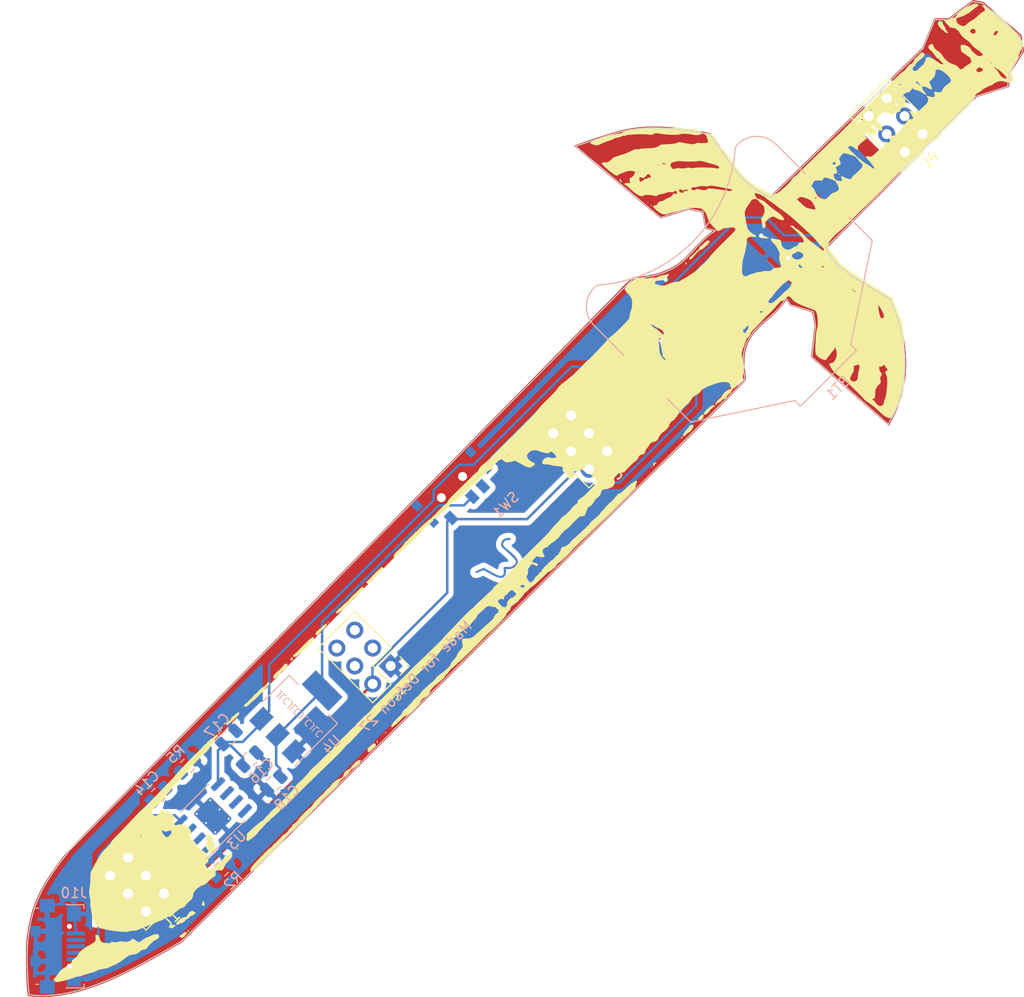
<source format=kicad_pcb>
(kicad_pcb (version 20171130) (host pcbnew 5.1.2)
  (layers (0 F.Cu signal) (31 B.Cu signal) (34 B.Paste user) (35 F.Paste user) (36 B.SilkS user) (37 F.SilkS user hide) (38 B.Mask user) (39 F.Mask user hide) (44 Edge.Cuts user))
  (net 0 "")
  (net 1 VDDA)
  (net 2 VSS)
  (net 3 "Net-(C14-Pad2)")
  (net 4 "Net-(C14-Pad1)")
  (net 5 +3V3)
  (net 6 "Net-(J1-Pad6)")
  (net 7 "Net-(J1-Pad5)")
  (net 8 "Net-(J1-Pad4)")
  (net 9 "Net-(J1-Pad3)")
  (net 10 VDD)
  (net 11 "Net-(J2-Pad3)")
  (net 12 "Net-(J2-Pad4)")
  (net 13 "Net-(J2-Pad5)")
  (net 14 "Net-(J2-Pad6)")
  (net 15 "Net-(J3-Pad3)")
  (net 16 "Net-(J3-Pad4)")
  (net 17 "Net-(J3-Pad5)")
  (net 18 "Net-(J3-Pad6)")
  (net 19 "Net-(J4-Pad6)")
  (net 20 "Net-(J4-Pad5)")
  (net 21 "Net-(J4-Pad4)")
  (net 22 "Net-(J4-Pad3)")
  (net 23 "Net-(J10-Pad4)")
  (net 24 "Net-(J10-Pad2)")
  (net 25 "Net-(J10-Pad3)")
  (net 26 "Net-(R2-Pad1)")
  (net 27 "Net-(SW1-Pad1)")
  (net 28 "Net-(U3-Pad6)")
  (net 29 "Net-(U3-Pad7)")
  (module NFCBuisness:W (layer B.Cu) (at 144.18 111.49 225)
    (fp_text reference Ref** hide)
    (fp_text value Val** hide)
    (fp_poly (pts (xy -1.630587 2.420899) (xy -1.447524 2.328559) (xy -1.311592 2.194757) (xy -1.304211 2.183555) (xy -1.265704 2.11344) (xy -1.244213 2.038839) (xy -1.23774 1.938094) (xy -1.244287 1.789546) (xy -1.255088 1.651) (xy -1.268682 1.442824) (xy -1.279873 1.184894) (xy -1.287394 0.912114) (xy -1.289962 0.690936) (xy -1.289221 0.458958) (xy -1.284387 0.294975) (xy -1.273305 0.182336) (xy -1.25382 0.10439) (xy -1.223775 0.044488) (xy -1.202268 0.013603) (xy -1.116398 -0.071274) (xy -1.002822 -0.111004) (xy -0.929984 -0.119227) (xy -0.68211 -0.100096) (xy -0.454281 -0.00289) (xy -0.240656 0.175182) (xy -0.185776 0.236175) (xy -0.081108 0.349759) (xy 0.009066 0.431822) (xy 0.066141 0.465547) (xy 0.068112 0.465666) (xy 0.123755 0.432548) (xy 0.197182 0.348904) (xy 0.229505 0.301607) (xy 0.376869 0.110873) (xy 0.526913 -0.003226) (xy 0.674284 -0.03902) (xy 0.813631 0.005163) (xy 0.907971 0.089777) (xy 0.988653 0.198585) (xy 1.058934 0.326542) (xy 1.126082 0.490779) (xy 1.197364 0.708426) (xy 1.255985 0.910166) (xy 1.31545 1.12099) (xy 1.377683 1.340443) (xy 1.431333 1.528529) (xy 1.442246 1.566558) (xy 1.521416 1.84195) (xy 1.949565 2.005418) (xy 2.167567 2.084028) (xy 2.315998 2.126297) (xy 2.401001 2.133773) (xy 2.422145 2.124455) (xy 2.452677 2.065526) (xy 2.41974 2.005855) (xy 2.317286 1.940366) (xy 2.13927 1.863979) (xy 2.089887 1.8454) (xy 1.930263 1.78316) (xy 1.799296 1.726134) (xy 1.71927 1.684217) (xy 1.708527 1.676067) (xy 1.680315 1.619963) (xy 1.636526 1.498254) (xy 1.582553 1.327363) (xy 1.52379 1.123712) (xy 1.507251 1.063196) (xy 1.396737 0.68139) (xy 1.290651 0.376432) (xy 1.184846 0.140938) (xy 1.075173 -0.032475) (xy 0.957485 -0.15119) (xy 0.827635 -0.222591) (xy 0.776069 -0.238398) (xy 0.602379 -0.241191) (xy 0.418574 -0.174646) (xy 0.246259 -0.047924) (xy 0.192569 0.009056) (xy 0.041511 0.185533) (xy -0.128458 0.008645) (xy -0.312966 -0.157866) (xy -0.496288 -0.260737) (xy -0.709082 -0.314778) (xy -0.823587 -0.327186) (xy -0.981029 -0.333485) (xy -1.090094 -0.317957) (xy -1.185756 -0.27362) (xy -1.227666 -0.246552) (xy -1.355913 -0.118677) (xy -1.447302 0.068507) (xy -1.502345 0.318683) (xy -1.521551 0.635539) (xy -1.505431 1.022758) (xy -1.460818 1.436924) (xy -1.432055 1.688127) (xy -1.424811 1.871541) (xy -1.442863 2.002167) (xy -1.489991 2.095003) (xy -1.569973 2.165049) (xy -1.656298 2.212878) (xy -1.801342 2.257899) (xy -1.939703 2.239415) (xy -2.087459 2.15265) (xy -2.203421 2.05035) (xy -2.298884 1.96489) (xy -2.361491 1.934189) (xy -2.413708 1.94891) (xy -2.426473 1.957639) (xy -2.473927 2.002339) (xy -2.467648 2.051331) (xy -2.429475 2.110518) (xy -2.32004 2.223928) (xy -2.167499 2.330713) (xy -2.002595 2.413218) (xy -1.856072 2.453788) (xy -1.829026 2.455333) (xy -1.630587 2.420899)) (layer B.Cu) (width 0.01))
  )
  (module LOGO (layer F.Cu) (at 144.35 104.73)
    (fp_text reference G*** hide)
    (fp_text value LOGO hide)
  )
  (module LOGO (layer F.Cu) (at 144.35 104.73)
    (fp_text reference G*** hide)
    (fp_text value LOGO hide)
    (fp_poly (pts (xy 35.621843 -39.580972) (xy 34.934755 -38.892936) (xy 34.738575 -38.694742) (xy 34.564222 -38.515259) (xy 34.420137 -38.363452) (xy 34.314761 -38.248287) (xy 34.256534 -38.178729) (xy 34.247666 -38.163164) (xy 34.276925 -38.127568) (xy 34.361785 -38.036657) (xy 34.497872 -37.894878) (xy 34.680812 -37.706677) (xy 34.906232 -37.476502) (xy 35.169757 -37.208799) (xy 35.467014 -36.908015) (xy 35.793627 -36.578597) (xy 36.145225 -36.224991) (xy 36.517431 -35.851643) (xy 36.774109 -35.594724) (xy 39.300552 -33.068018) (xy 38.660737 -32.398426) (xy 38.473859 -32.204557) (xy 38.239388 -31.964013) (xy 37.969971 -31.689616) (xy 37.678254 -31.394185) (xy 37.376884 -31.090541) (xy 37.078509 -30.791502) (xy 36.893499 -30.607) (xy 36.653693 -30.367722) (xy 36.364074 -30.077635) (xy 36.034162 -29.746331) (xy 35.673475 -29.383404) (xy 35.291531 -28.998445) (xy 34.89785 -28.601046) (xy 34.50195 -28.2008) (xy 34.113349 -27.807299) (xy 33.819208 -27.508964) (xy 31.87234 -25.53276) (xy 31.965295 -25.349964) (xy 32.141423 -25.046448) (xy 32.371328 -24.715114) (xy 32.638922 -24.375972) (xy 32.928117 -24.049031) (xy 33.222827 -23.754302) (xy 33.31639 -23.669425) (xy 33.525332 -23.48857) (xy 33.732394 -23.317641) (xy 33.945803 -23.151088) (xy 34.173789 -22.983358) (xy 34.424582 -22.808899) (xy 34.706411 -22.622159) (xy 35.027506 -22.417585) (xy 35.396097 -22.189626) (xy 35.820411 -21.932729) (xy 36.30868 -21.641342) (xy 36.422497 -21.573836) (xy 36.719562 -21.396563) (xy 37.016699 -21.216998) (xy 37.29912 -21.044239) (xy 37.55204 -20.887389) (xy 37.760675 -20.755546) (xy 37.904164 -20.6619) (xy 38.332833 -20.373948) (xy 38.539018 -19.852376) (xy 38.904994 -18.857214) (xy 39.201536 -17.895531) (xy 39.431079 -16.956054) (xy 39.596062 -16.02751) (xy 39.698921 -15.098626) (xy 39.739333 -14.300106) (xy 39.735966 -13.42633) (xy 39.680144 -12.601863) (xy 39.568498 -11.807028) (xy 39.397654 -11.022147) (xy 39.164244 -10.227541) (xy 38.928558 -9.567334) (xy 38.869628 -9.423479) (xy 38.787684 -9.237423) (xy 38.688792 -9.021571) (xy 38.579019 -8.788329) (xy 38.46443 -8.550101) (xy 38.351093 -8.319294) (xy 38.245074 -8.108312) (xy 38.15244 -7.929561) (xy 38.079256 -7.795446) (xy 38.031589 -7.718373) (xy 38.017675 -7.704667) (xy 37.983234 -7.732112) (xy 37.889314 -7.812123) (xy 37.739896 -7.941215) (xy 37.538957 -8.115905) (xy 37.290476 -8.332706) (xy 36.998432 -8.588135) (xy 36.666804 -8.878707) (xy 36.29957 -9.200936) (xy 35.900709 -9.551339) (xy 35.4742 -9.92643) (xy 35.024021 -10.322725) (xy 34.554151 -10.736739) (xy 34.308031 -10.953751) (xy 33.825391 -11.3794) (xy 33.357705 -11.791847) (xy 32.909219 -12.187348) (xy 32.484175 -12.562163) (xy 32.086818 -12.91255) (xy 31.72139 -13.234766) (xy 31.392137 -13.525069) (xy 31.103303 -13.779718) (xy 30.85913 -13.994971) (xy 30.663863 -14.167086) (xy 30.521745 -14.292321) (xy 30.437021 -14.366934) (xy 30.419062 -14.382724) (xy 30.214138 -14.562615) (xy 30.396479 -16.133969) (xy 30.578819 -17.705324) (xy 30.478672 -18.338731) (xy 30.440801 -18.563881) (xy 30.40332 -18.761351) (xy 30.369622 -18.91499) (xy 30.343098 -19.008647) (xy 30.334012 -19.027431) (xy 30.280044 -19.05736) (xy 30.159116 -19.104909) (xy 29.985823 -19.164949) (xy 29.774757 -19.232348) (xy 29.612166 -19.281213) (xy 29.345567 -19.359639) (xy 29.069788 -19.441281) (xy 28.811324 -19.518262) (xy 28.596673 -19.582705) (xy 28.526824 -19.603873) (xy 28.118815 -19.728043) (xy 27.936059 -20.008548) (xy 27.843918 -20.146725) (xy 27.784199 -20.223039) (xy 27.74481 -20.247644) (xy 27.713657 -20.230695) (xy 27.697011 -20.209277) (xy 27.50635 -19.943435) (xy 27.332049 -19.712147) (xy 27.162959 -19.503589) (xy 26.987935 -19.30594) (xy 26.795829 -19.107376) (xy 26.575493 -18.896076) (xy 26.315783 -18.660217) (xy 26.005549 -18.387977) (xy 25.865666 -18.266982) (xy 25.453254 -17.903981) (xy 25.103672 -17.579082) (xy 24.809274 -17.283467) (xy 24.562411 -17.008321) (xy 24.355437 -16.744825) (xy 24.180705 -16.484163) (xy 24.030567 -16.217518) (xy 23.955392 -16.064452) (xy 23.757843 -15.554676) (xy 23.626579 -15.007762) (xy 23.561243 -14.41972) (xy 23.561481 -13.78656) (xy 23.626936 -13.104293) (xy 23.667685 -12.83818) (xy 23.70456 -12.586725) (xy 23.720717 -12.399248) (xy 23.71556 -12.283633) (xy 23.710794 -12.26668) (xy 23.708215 -12.260565) (xy 23.704215 -12.253159) (xy 23.69774 -12.243409) (xy 23.687737 -12.230265) (xy 23.67315 -12.212671) (xy 23.652925 -12.189578) (xy 23.626008 -12.15993) (xy 23.591345 -12.122677) (xy 23.547881 -12.076766) (xy 23.494562 -12.021143) (xy 23.430334 -11.954758) (xy 23.354142 -11.876556) (xy 23.264932 -11.785485) (xy 23.16165 -11.680493) (xy 23.043241 -11.560528) (xy 22.908651 -11.424536) (xy 22.756826 -11.271465) (xy 22.586712 -11.100264) (xy 22.397254 -10.909878) (xy 22.187397 -10.699256) (xy 21.956088 -10.467344) (xy 21.702272 -10.213092) (xy 21.424895 -9.935445) (xy 21.122903 -9.633351) (xy 20.795241 -9.305759) (xy 20.440855 -8.951615) (xy 20.05869 -8.569866) (xy 19.647692 -8.159461) (xy 19.206808 -7.719346) (xy 18.734982 -7.248469) (xy 18.23116 -6.745778) (xy 17.694289 -6.21022) (xy 17.123313 -5.640742) (xy 16.517178 -5.036293) (xy 15.874831 -4.395818) (xy 15.195216 -3.718267) (xy 14.47728 -3.002585) (xy 13.719967 -2.247722) (xy 12.922225 -1.452623) (xy 12.082998 -0.616237) (xy 11.201232 0.262488) (xy 10.275872 1.184607) (xy 9.305866 2.15117) (xy 8.290157 3.163231) (xy 7.227692 4.221841) (xy 6.117417 5.328055) (xy 4.958277 6.482924) (xy 3.749218 7.6875) (xy 2.489186 8.942837) (xy 1.177126 10.249987) (xy -0.188017 11.610002) (xy -1.607295 13.023935) (xy -3.081765 14.492838) (xy -4.612479 16.017765) (xy -6.200493 17.599767) (xy -7.84686 19.239897) (xy -8.768783 20.158326) (xy -32.756398 44.055034) (xy -33.745449 44.627477) (xy -34.762996 45.210389) (xy -35.718205 45.744793) (xy -36.616336 46.233165) (xy -37.462646 46.677983) (xy -38.262395 47.081721) (xy -39.02084 47.446856) (xy -39.743239 47.775865) (xy -40.434852 48.071222) (xy -41.100936 48.335404) (xy -41.746751 48.570888) (xy -42.377553 48.780149) (xy -42.896754 48.936635) (xy -43.896303 49.189952) (xy -44.881883 49.371523) (xy -45.847008 49.480615) (xy -46.785194 49.516493) (xy -47.688072 49.478585) (xy -47.876772 49.461397) (xy -48.03159 49.445053) (xy -48.134756 49.431574) (xy -48.168524 49.42392) (xy -48.176968 49.379142) (xy -48.191886 49.262692) (xy -48.211857 49.087197) (xy -48.235462 48.865283) (xy -48.261283 48.609577) (xy -48.269319 48.527436) (xy -48.295182 48.207398) (xy -48.317189 47.827892) (xy -48.335225 47.402459) (xy -48.349177 46.944636) (xy -48.35893 46.467964) (xy -48.364371 45.985981) (xy -48.365386 45.512227) (xy -48.36186 45.060241) (xy -48.353679 44.643562) (xy -48.34073 44.275729) (xy -48.322898 43.970282) (xy -48.309001 43.815) (xy -48.202755 43.000995) (xy -48.062807 42.21266) (xy -47.892979 41.469053) (xy -47.710349 40.8305) (xy -47.533242 40.31041) (xy -47.33675 39.804905) (xy -47.254044 39.617779) (xy -42.030178 39.617779) (xy -42.025214 40.057716) (xy -42.009874 40.508217) (xy -41.984548 40.950968) (xy -41.949624 41.367655) (xy -41.912031 41.692534) (xy -41.880107 41.924765) (xy -41.8502 42.133057) (xy -41.824869 42.300264) (xy -41.806672 42.409235) (xy -41.80105 42.436513) (xy -41.78495 42.475461) (xy -41.749952 42.505359) (xy -41.682284 42.530175) (xy -41.568176 42.553874) (xy -41.393856 42.580425) (xy -41.219361 42.604059) (xy -40.448801 42.689789) (xy -39.702126 42.740675) (xy -38.994287 42.756212) (xy -38.340237 42.735893) (xy -38.03327 42.711667) (xy -37.185712 42.592222) (xy -36.383091 42.402287) (xy -35.620795 42.140022) (xy -34.894212 41.803591) (xy -34.198728 41.391155) (xy -33.570334 40.933418) (xy -33.547448 40.914464) (xy -33.517387 40.888237) (xy -33.479222 40.853814) (xy -33.432023 40.81027) (xy -33.374864 40.756684) (xy -33.306816 40.692129) (xy -33.226949 40.615685) (xy -33.134337 40.526426) (xy -33.02805 40.423429) (xy -32.90716 40.30577) (xy -32.770739 40.172527) (xy -32.617859 40.022775) (xy -32.447591 39.855592) (xy -32.259006 39.670052) (xy -32.051177 39.465234) (xy -31.823174 39.240213) (xy -31.574071 38.994065) (xy -31.302937 38.725868) (xy -31.008846 38.434697) (xy -30.690868 38.119629) (xy -30.348075 37.779741) (xy -29.979539 37.414108) (xy -29.584332 37.021808) (xy -29.161524 36.601917) (xy -28.710189 36.153511) (xy -28.229396 35.675667) (xy -27.718219 35.167461) (xy -27.175728 34.627969) (xy -26.600996 34.056269) (xy -25.993093 33.451435) (xy -25.351092 32.812546) (xy -24.674064 32.138677) (xy -23.961081 31.428905) (xy -23.211215 30.682306) (xy -22.423536 29.897957) (xy -21.597118 29.074934) (xy -20.73103 28.212313) (xy -19.824346 27.309172) (xy -18.876136 26.364585) (xy -17.885472 25.377631) (xy -16.851427 24.347385) (xy -15.773071 23.272924) (xy -14.649476 22.153324) (xy -13.479714 20.987661) (xy -12.262856 19.775013) (xy -10.997975 18.514455) (xy -9.684141 17.205064) (xy -8.320427 15.845916) (xy -6.905903 14.436088) (xy -5.439642 12.974657) (xy -3.920716 11.460698) (xy -2.348195 9.893289) (xy -0.721152 8.271505) (xy 0.961342 6.594423) (xy 2.700215 4.861119) (xy 4.496396 3.070671) (xy 6.350812 1.222154) (xy 7.979833 -0.401698) (xy 19.409833 -11.795462) (xy 19.7485 -11.930502) (xy 20.267334 -12.094853) (xy 20.792881 -12.176238) (xy 21.327218 -12.174601) (xy 21.872419 -12.089885) (xy 22.430559 -11.922036) (xy 22.605385 -11.853587) (xy 22.920203 -11.723767) (xy 23.212668 -12.016232) (xy 23.505133 -12.308698) (xy 23.249141 -12.832432) (xy 22.956133 -13.497656) (xy 22.741619 -14.135365) (xy 22.605189 -14.748742) (xy 22.54643 -15.340969) (xy 22.564932 -15.915231) (xy 22.660284 -16.474708) (xy 22.741099 -16.764) (xy 22.838976 -17.02374) (xy 22.975869 -17.321134) (xy 23.137208 -17.628286) (xy 23.308422 -17.917299) (xy 23.45965 -18.139834) (xy 23.661843 -18.389124) (xy 23.926626 -18.677479) (xy 24.24596 -18.997277) (xy 24.611805 -19.340894) (xy 25.01612 -19.700709) (xy 25.450867 -20.069097) (xy 25.759833 -20.320656) (xy 26.233024 -20.705221) (xy 26.63798 -21.046353) (xy 26.977524 -21.346657) (xy 27.25448 -21.608735) (xy 27.47167 -21.83519) (xy 27.631917 -22.028625) (xy 27.670591 -22.082463) (xy 27.829732 -22.313529) (xy 27.450949 -22.68799) (xy 27.35517 -22.78194) (xy 27.204623 -22.928644) (xy 27.005501 -23.122105) (xy 26.763999 -23.356322) (xy 26.486311 -23.625299) (xy 26.178632 -23.923035) (xy 25.847155 -24.243533) (xy 25.498076 -24.580794) (xy 25.137588 -24.928818) (xy 24.983354 -25.077641) (xy 22.894541 -27.09283) (xy 22.642363 -26.894708) (xy 22.379585 -26.667834) (xy 22.080669 -26.372828) (xy 21.750822 -26.015442) (xy 21.395253 -25.601429) (xy 21.01917 -25.136541) (xy 20.828357 -24.891106) (xy 20.54613 -24.525171) (xy 20.305981 -24.217898) (xy 20.099891 -23.959697) (xy 19.919836 -23.740978) (xy 19.757796 -23.55215) (xy 19.60575 -23.383624) (xy 19.455674 -23.225809) (xy 19.327297 -23.096517) (xy 18.857848 -22.681017) (xy 18.35283 -22.326158) (xy 17.825143 -22.039959) (xy 17.293166 -21.832157) (xy 16.726338 -21.695744) (xy 16.113647 -21.628086) (xy 15.458314 -21.628955) (xy 14.763562 -21.698121) (xy 14.032613 -21.835353) (xy 13.268688 -22.040423) (xy 12.954 -22.141597) (xy 12.467166 -22.305303) (xy 12.007798 -21.847881) (xy 11.548429 -21.39046) (xy 11.694913 -21.183313) (xy 11.950886 -20.780159) (xy 12.15208 -20.375965) (xy 12.29537 -19.980922) (xy 12.377633 -19.60522) (xy 12.395744 -19.259051) (xy 12.361552 -19.008581) (xy 12.358041 -18.995275) (xy 12.353031 -18.980822) (xy 12.345352 -18.964022) (xy 12.333838 -18.943677) (xy 12.317321 -18.918587) (xy 12.294632 -18.887554) (xy 12.264605 -18.849378) (xy 12.22607 -18.802861) (xy 12.17786 -18.746804) (xy 12.118808 -18.680007) (xy 12.047745 -18.601273) (xy 11.963504 -18.509401) (xy 11.864916 -18.403193) (xy 11.750814 -18.281449) (xy 11.620031 -18.142972) (xy 11.471397 -17.986561) (xy 11.303745 -17.811019) (xy 11.115908 -17.615145) (xy 10.906717 -17.397741) (xy 10.675005 -17.157609) (xy 10.419603 -16.893548) (xy 10.139345 -16.604361) (xy 9.833061 -16.288847) (xy 9.499585 -15.945809) (xy 9.137748 -15.574047) (xy 8.746382 -15.172362) (xy 8.32432 -14.739555) (xy 7.870394 -14.274428) (xy 7.383435 -13.775781) (xy 6.862277 -13.242415) (xy 6.30575 -12.673131) (xy 5.712688 -12.066731) (xy 5.081922 -11.422016) (xy 4.412284 -10.737785) (xy 3.702608 -10.012842) (xy 2.951724 -9.245985) (xy 2.158464 -8.436017) (xy 1.321662 -7.581739) (xy 0.440149 -6.681952) (xy -0.487242 -5.735456) (xy -1.46168 -4.741052) (xy -2.484333 -3.697543) (xy -3.556368 -2.603728) (xy -4.678953 -1.458409) (xy -5.853256 -0.260386) (xy -7.080445 0.991539) (xy -8.361687 2.298564) (xy -9.698152 3.66189) (xy -11.091006 5.082715) (xy -12.541417 6.562239) (xy -13.2409 7.275759) (xy -14.472847 8.532436) (xy -15.691279 9.775343) (xy -16.89481 11.003068) (xy -18.082056 12.214196) (xy -19.251632 13.407316) (xy -20.402154 14.581015) (xy -21.532236 15.733879) (xy -22.640495 16.864496) (xy -23.725545 17.971454) (xy -24.786002 19.053338) (xy -25.820481 20.108736) (xy -26.827597 21.136236) (xy -27.805966 22.134424) (xy -28.754203 23.101887) (xy -29.670924 24.037214) (xy -30.554743 24.93899) (xy -31.404276 25.805803) (xy -32.218138 26.636241) (xy -32.994945 27.428889) (xy -33.733312 28.182336) (xy -34.431854 28.895168) (xy -35.089186 29.565973) (xy -35.703924 30.193338) (xy -36.274684 30.775849) (xy -36.80008 31.312095) (xy -37.278727 31.800662) (xy -37.709242 32.240137) (xy -38.090239 32.629107) (xy -38.420334 32.96616) (xy -38.698142 33.249882) (xy -38.922278 33.478862) (xy -39.091357 33.651685) (xy -39.203996 33.766939) (xy -39.258809 33.823211) (xy -39.259893 33.824333) (xy -39.569502 34.154359) (xy -39.896052 34.518884) (xy -40.220835 34.896086) (xy -40.52514 35.26414) (xy -40.790259 35.601226) (xy -40.841744 35.66943) (xy -41.174769 36.154947) (xy -41.444321 36.64184) (xy -41.65727 37.147478) (xy -41.820485 37.68923) (xy -41.940837 38.284465) (xy -41.978924 38.5445) (xy -42.007422 38.842857) (xy -42.024377 39.206722) (xy -42.030178 39.617779) (xy -47.254044 39.617779) (xy -47.116088 39.305649) (xy -46.866469 38.804309) (xy -46.583108 38.29255) (xy -46.261218 37.762038) (xy -45.896015 37.20444) (xy -45.482711 36.61142) (xy -45.016521 35.974645) (xy -44.625166 35.457953) (xy -44.594288 35.418277) (xy -44.559658 35.375108) (xy -44.520135 35.327283) (xy -44.474578 35.273636) (xy -44.421847 35.213005) (xy -44.3608 35.144224) (xy -44.290297 35.06613) (xy -44.209196 34.97756) (xy -44.116357 34.877348) (xy -44.010639 34.764331) (xy -43.8909 34.637345) (xy -43.756 34.495225) (xy -43.604798 34.336809) (xy -43.436153 34.160931) (xy -43.248924 33.966428) (xy -43.04197 33.752135) (xy -42.81415 33.516889) (xy -42.564324 33.259526) (xy -42.291349 32.978881) (xy -41.994086 32.673791) (xy -41.671394 32.343091) (xy -41.322131 31.985617) (xy -40.945156 31.600206) (xy -40.539329 31.185694) (xy -40.103509 30.740915) (xy -39.636554 30.264708) (xy -39.137324 29.755906) (xy -38.604679 29.213346) (xy -38.037475 28.635865) (xy -37.434574 28.022298) (xy -36.794834 27.371481) (xy -36.117115 26.68225) (xy -35.400274 25.953441) (xy -34.643171 25.183891) (xy -33.844666 24.372434) (xy -33.003618 23.517907) (xy -32.118884 22.619146) (xy -31.189325 21.674987) (xy -30.2138 20.684266) (xy -29.191168 19.645819) (xy -28.120287 18.558482) (xy -27.000016 17.42109) (xy -25.829216 16.23248) (xy -24.606745 14.991488) (xy -23.331461 13.696949) (xy -22.002225 12.3477) (xy -20.617895 10.942577) (xy -19.177329 9.480415) (xy -17.679388 7.96005) (xy -16.434588 6.696635) (xy -15.15353 5.396353) (xy -13.886984 4.110654) (xy -12.636256 2.840864) (xy -11.402647 1.588311) (xy -10.187463 0.354321) (xy -8.992007 -0.859779) (xy -7.817583 -2.052663) (xy -6.665496 -3.223003) (xy -5.537048 -4.369474) (xy -4.433544 -5.490748) (xy -3.356288 -6.5855) (xy -2.306584 -7.652401) (xy -1.285735 -8.690125) (xy -0.295046 -9.697347) (xy 0.66418 -10.672738) (xy 1.590638 -11.614973) (xy 2.483025 -12.522725) (xy 3.340037 -13.394666) (xy 4.16037 -14.229471) (xy 4.94272 -15.025812) (xy 5.685783 -15.782364) (xy 6.388256 -16.497799) (xy 7.048833 -17.17079) (xy 7.666212 -17.800011) (xy 8.239089 -18.384135) (xy 8.766159 -18.921836) (xy 9.246119 -19.411787) (xy 9.677665 -19.852661) (xy 10.059492 -20.243131) (xy 10.390297 -20.581871) (xy 10.668777 -20.867554) (xy 10.893627 -21.098854) (xy 11.063543 -21.274443) (xy 11.177221 -21.392995) (xy 11.233357 -21.453184) (xy 11.2395 -21.460893) (xy 11.269842 -21.510307) (xy 11.354099 -21.604783) (xy 11.482117 -21.734036) (xy 11.643742 -21.887778) (xy 11.811 -22.039876) (xy 12.3825 -22.549102) (xy 12.928007 -22.601276) (xy 13.75206 -22.706837) (xy 14.511169 -22.860873) (xy 15.211403 -23.065753) (xy 15.858831 -23.323848) (xy 16.459521 -23.637525) (xy 17.019543 -24.009157) (xy 17.471555 -24.375412) (xy 17.575045 -24.472992) (xy 17.72411 -24.622115) (xy 17.907748 -24.811337) (xy 18.114957 -25.029215) (xy 18.334734 -25.264305) (xy 18.525084 -25.47117) (xy 18.963513 -25.939231) (xy 19.362363 -26.339782) (xy 19.720336 -26.671609) (xy 20.036135 -26.933494) (xy 20.243736 -27.082753) (xy 20.341189 -27.157265) (xy 20.369187 -27.204199) (xy 20.356732 -27.215189) (xy 20.29067 -27.234841) (xy 20.166456 -27.269914) (xy 20.00768 -27.313774) (xy 19.960166 -27.326746) (xy 19.6215 -27.41896) (xy 19.325166 -29.061834) (xy 18.628621 -29.200155) (xy 17.932077 -29.338477) (xy 16.561491 -28.890838) (xy 16.236776 -28.785476) (xy 15.9375 -28.689694) (xy 15.673194 -28.606442) (xy 15.453388 -28.538664) (xy 15.287613 -28.48931) (xy 15.185398 -28.461327) (xy 15.15604 -28.456183) (xy 15.119524 -28.484639) (xy 15.022865 -28.563772) (xy 14.870672 -28.68971) (xy 14.667556 -28.85858) (xy 14.418126 -29.066512) (xy 14.126991 -29.309634) (xy 13.798762 -29.584074) (xy 13.438049 -29.88596) (xy 13.04946 -30.211421) (xy 12.637606 -30.556586) (xy 12.207097 -30.917581) (xy 11.762543 -31.290537) (xy 11.308552 -31.671581) (xy 10.849736 -32.056841) (xy 10.390703 -32.442446) (xy 9.936063 -32.824524) (xy 9.490427 -33.199204) (xy 9.058404 -33.562613) (xy 8.644603 -33.910881) (xy 8.253635 -34.240135) (xy 7.890109 -34.546504) (xy 7.558635 -34.826117) (xy 7.263823 -35.075101) (xy 7.010283 -35.289584) (xy 6.802624 -35.465697) (xy 6.645456 -35.599565) (xy 6.543389 -35.687319) (xy 6.501032 -35.725086) (xy 6.500168 -35.726095) (xy 6.53408 -35.746543) (xy 6.640059 -35.78983) (xy 6.809502 -35.853094) (xy 7.033805 -35.933469) (xy 7.304366 -36.028093) (xy 7.61258 -36.134102) (xy 7.949844 -36.248631) (xy 8.307555 -36.368818) (xy 8.677108 -36.491799) (xy 9.049902 -36.614709) (xy 9.417331 -36.734685) (xy 9.770794 -36.848864) (xy 10.101685 -36.954381) (xy 10.401403 -37.048374) (xy 10.661343 -37.127977) (xy 10.872901 -37.190329) (xy 11.021442 -37.231027) (xy 11.712255 -37.389293) (xy 12.410638 -37.511239) (xy 13.12408 -37.596783) (xy 13.860067 -37.645843) (xy 14.626086 -37.658335) (xy 15.429624 -37.634178) (xy 16.278169 -37.573289) (xy 17.179207 -37.475586) (xy 18.140226 -37.340985) (xy 19.168712 -37.169405) (xy 19.335034 -37.139424) (xy 20.191568 -36.983581) (xy 20.524456 -36.536374) (xy 20.637914 -36.381036) (xy 20.788874 -36.170008) (xy 20.967251 -35.917627) (xy 21.162961 -35.638229) (xy 21.365918 -35.346153) (xy 21.566038 -35.055735) (xy 21.568599 -35.052) (xy 21.851859 -34.640965) (xy 22.097001 -34.290212) (xy 22.312046 -33.989034) (xy 22.505017 -33.726724) (xy 22.683933 -33.492573) (xy 22.856816 -33.275875) (xy 23.031687 -33.065921) (xy 23.216568 -32.852005) (xy 23.217013 -32.851497) (xy 23.721979 -32.326704) (xy 24.276529 -31.842782) (xy 24.864952 -31.4116) (xy 25.471536 -31.045029) (xy 25.873359 -30.844635) (xy 26.186185 -30.702075) (xy 30.816578 -35.22896) (xy 35.446971 -39.755844) (xy 35.621843 -39.580972)) (layer F.Cu) (width 0.01))
    (fp_poly (pts (xy 46.930022 -50.24398) (xy 47.131942 -50.206138) (xy 47.306599 -50.16778) (xy 47.435057 -50.133439) (xy 47.497823 -50.108087) (xy 47.540652 -50.072056) (xy 47.641574 -49.985616) (xy 47.794722 -49.853832) (xy 47.994229 -49.68177) (xy 48.234229 -49.474498) (xy 48.508854 -49.237081) (xy 48.812238 -48.974585) (xy 49.138514 -48.692077) (xy 49.42399 -48.444741) (xy 51.286833 -46.830316) (xy 51.420134 -45.996777) (xy 51.553435 -45.163239) (xy 50.884218 -44.113251) (xy 50.215 -43.063263) (xy 50.147133 -42.476048) (xy 50.120619 -42.250407) (xy 50.095638 -42.044604) (xy 50.074662 -41.87853) (xy 50.06016 -41.772075) (xy 50.05798 -41.757997) (xy 50.036694 -41.62716) (xy 46.817644 -40.618834) (xy 43.394702 -37.186544) (xy 38.1635 -42.419862) (xy 38.5445 -42.790469) (xy 38.661464 -42.904385) (xy 38.829657 -43.068394) (xy 39.039763 -43.273403) (xy 39.282468 -43.510319) (xy 39.548456 -43.770049) (xy 39.828413 -44.0435) (xy 40.113023 -44.32158) (xy 40.148145 -44.355902) (xy 41.370791 -45.550727) (xy 41.971356 -47.02178) (xy 42.571922 -48.492834) (xy 43.986211 -48.492834) (xy 46.425545 -50.330954) (xy 46.930022 -50.24398)) (layer F.Cu) (width 0.01))
    (fp_poly (pts (xy 13.8636 -20.605239) (xy 13.872838 -20.586538) (xy 13.906324 -20.549138) (xy 13.996345 -20.459339) (xy 14.13741 -20.322368) (xy 14.324024 -20.143453) (xy 14.550695 -19.927822) (xy 14.81193 -19.680701) (xy 15.102234 -19.407319) (xy 15.416116 -19.112903) (xy 15.711051 -18.837229) (xy 16.040332 -18.528861) (xy 16.349877 -18.23686) (xy 16.634315 -17.966431) (xy 16.888281 -17.722781) (xy 17.106405 -17.511114) (xy 17.283321 -17.336637) (xy 17.413661 -17.204554) (xy 17.492057 -17.120071) (xy 17.513761 -17.089025) (xy 17.531709 -17.030895) (xy 17.589106 -16.975667) (xy 17.63877 -16.934158) (xy 17.741609 -16.842389) (xy 17.890938 -16.706606) (xy 18.080073 -16.533056) (xy 18.302331 -16.327983) (xy 18.551028 -16.097636) (xy 18.81948 -15.848258) (xy 19.101003 -15.586098) (xy 19.388914 -15.3174) (xy 19.676527 -15.048411) (xy 19.95716 -14.785377) (xy 20.224129 -14.534545) (xy 20.47075 -14.302159) (xy 20.690338 -14.094467) (xy 20.876211 -13.917714) (xy 21.021684 -13.778147) (xy 21.120073 -13.682011) (xy 21.164695 -13.635554) (xy 21.166666 -13.632417) (xy 21.131493 -13.609506) (xy 21.092583 -13.604133) (xy 21.040484 -13.591526) (xy 20.916499 -13.556603) (xy 20.729614 -13.502105) (xy 20.488818 -13.430775) (xy 20.203097 -13.345352) (xy 19.881439 -13.248581) (xy 19.53283 -13.143201) (xy 19.166259 -13.031955) (xy 18.790711 -12.917585) (xy 18.415176 -12.802831) (xy 18.048639 -12.690437) (xy 17.700087 -12.583143) (xy 17.378509 -12.483692) (xy 17.092892 -12.394824) (xy 16.852222 -12.319282) (xy 16.665487 -12.259808) (xy 16.541674 -12.219142) (xy 16.48977 -12.200027) (xy 16.489577 -12.199914) (xy 16.411379 -12.172875) (xy 16.383744 -12.168591) (xy 16.326596 -12.154787) (xy 16.200621 -12.119382) (xy 16.017834 -12.065918) (xy 15.790255 -11.99794) (xy 15.529902 -11.918991) (xy 15.345833 -11.862559) (xy 15.037944 -11.767963) (xy 14.671672 -11.655756) (xy 14.26967 -11.532856) (xy 13.854589 -11.406182) (xy 13.449081 -11.282655) (xy 13.102166 -11.177198) (xy 12.78393 -11.080483) (xy 12.487399 -10.990181) (xy 12.223481 -10.909627) (xy 12.003084 -10.842158) (xy 11.837115 -10.791109) (xy 11.736481 -10.759816) (xy 11.71575 -10.753179) (xy 11.633249 -10.728357) (xy 11.600152 -10.723119) (xy 11.609575 -10.764708) (xy 11.627664 -10.843425) (xy 11.726111 -10.843425) (xy 11.72657 -10.837334) (xy 11.771256 -10.849348) (xy 11.889458 -10.883896) (xy 12.073728 -10.938733) (xy 12.316623 -11.011617) (xy 12.610696 -11.100303) (xy 12.948502 -11.202549) (xy 13.322595 -11.316111) (xy 13.72553 -11.438745) (xy 13.973714 -11.514428) (xy 14.392071 -11.642259) (xy 14.787403 -11.763367) (xy 15.152047 -11.875386) (xy 15.478343 -11.975947) (xy 15.75863 -12.062681) (xy 15.985247 -12.13322) (xy 16.150532 -12.185195) (xy 16.246825 -12.216239) (xy 16.267867 -12.223645) (xy 16.274025 -12.24031) (xy 16.254311 -12.277767) (xy 16.226441 -12.312748) (xy 16.385362 -12.312748) (xy 16.392674 -12.299435) (xy 16.417602 -12.294491) (xy 16.466078 -12.299409) (xy 16.544034 -12.315681) (xy 16.6574 -12.3448) (xy 16.812108 -12.388259) (xy 17.01409 -12.44755) (xy 17.269277 -12.524167) (xy 17.583601 -12.619603) (xy 17.962993 -12.73535) (xy 18.413385 -12.8729) (xy 18.774833 -12.983188) (xy 19.186373 -13.1089) (xy 19.573943 -13.227727) (xy 19.929898 -13.337297) (xy 20.246594 -13.435233) (xy 20.516387 -13.519164) (xy 20.731631 -13.586714) (xy 20.884682 -13.635511) (xy 20.967896 -13.663179) (xy 20.980638 -13.668169) (xy 20.957679 -13.699858) (xy 20.879216 -13.782745) (xy 20.751907 -13.910548) (xy 20.582413 -14.076985) (xy 20.377394 -14.275774) (xy 20.14351 -14.500633) (xy 19.887421 -14.74528) (xy 19.615786 -15.003433) (xy 19.335266 -15.268809) (xy 19.05252 -15.535128) (xy 18.774209 -15.796106) (xy 18.506993 -16.045461) (xy 18.25753 -16.276913) (xy 18.032482 -16.484178) (xy 17.838508 -16.660974) (xy 17.682269 -16.80102) (xy 17.570423 -16.898034) (xy 17.509632 -16.945733) (xy 17.501819 -16.949595) (xy 17.486019 -16.910515) (xy 17.453309 -16.796385) (xy 17.405545 -16.614713) (xy 17.344582 -16.37301) (xy 17.272275 -16.078786) (xy 17.19048 -15.739551) (xy 17.101052 -15.362814) (xy 17.005847 -14.956086) (xy 16.953928 -14.732) (xy 16.855917 -14.307721) (xy 16.762903 -13.905516) (xy 16.676761 -13.533468) (xy 16.599369 -13.199659) (xy 16.532601 -12.912172) (xy 16.478334 -12.679088) (xy 16.438445 -12.508491) (xy 16.414809 -12.408462) (xy 16.409809 -12.38797) (xy 16.399861 -12.358508) (xy 16.389735 -12.332937) (xy 16.385362 -12.312748) (xy 16.226441 -12.312748) (xy 16.204778 -12.339937) (xy 16.121478 -12.430744) (xy 16.000465 -12.554109) (xy 15.83779 -12.713954) (xy 15.629506 -12.914203) (xy 15.371667 -13.158776) (xy 15.060324 -13.451596) (xy 14.69153 -13.796587) (xy 14.581389 -13.899378) (xy 14.257144 -14.201119) (xy 13.95143 -14.484176) (xy 13.669809 -14.743494) (xy 13.417848 -14.974017) (xy 13.201109 -15.170692) (xy 13.025159 -15.328463) (xy 12.89556 -15.442275) (xy 12.817879 -15.507074) (xy 12.796963 -15.520408) (xy 12.781898 -15.4747) (xy 12.750723 -15.356186) (xy 12.705479 -15.173795) (xy 12.648207 -14.936455) (xy 12.580947 -14.653092) (xy 12.505739 -14.332634) (xy 12.424624 -13.98401) (xy 12.339644 -13.616146) (xy 12.252837 -13.237971) (xy 12.166245 -12.858412) (xy 12.081909 -12.486396) (xy 12.001868 -12.130851) (xy 11.928164 -11.800705) (xy 11.862837 -11.504886) (xy 11.807928 -11.252321) (xy 11.765477 -11.051937) (xy 11.737524 -10.912663) (xy 11.726111 -10.843425) (xy 11.627664 -10.843425) (xy 11.636428 -10.881561) (xy 11.679044 -11.066458) (xy 11.735755 -11.31218) (xy 11.804894 -11.611505) (xy 11.884793 -11.957213) (xy 11.973783 -12.342085) (xy 12.070198 -12.7589) (xy 12.164323 -13.165667) (xy 12.265617 -13.605868) (xy 12.360051 -14.021171) (xy 12.446049 -14.404313) (xy 12.522035 -14.748031) (xy 12.586432 -15.045062) (xy 12.637665 -15.288142) (xy 12.674158 -15.47001) (xy 12.694334 -15.5834) (xy 12.697126 -15.621) (xy 12.701712 -15.664053) (xy 12.70176 -15.66431) (xy 12.856899 -15.66431) (xy 12.88072 -15.630747) (xy 12.961278 -15.544915) (xy 13.093167 -15.41205) (xy 13.270984 -15.23739) (xy 13.489324 -15.026171) (xy 13.742782 -14.783631) (xy 14.025954 -14.515007) (xy 14.333436 -14.225536) (xy 14.571399 -14.002895) (xy 14.966091 -13.635384) (xy 15.303158 -13.323405) (xy 15.586084 -13.063889) (xy 15.818356 -12.853768) (xy 16.003455 -12.689974) (xy 16.144869 -12.569436) (xy 16.24608 -12.489087) (xy 16.310573 -12.445858) (xy 16.341834 -12.436679) (xy 16.345425 -12.440529) (xy 16.359581 -12.493787) (xy 16.390841 -12.62179) (xy 16.437377 -12.816757) (xy 16.497366 -13.07091) (xy 16.56898 -13.37647) (xy 16.650394 -13.725657) (xy 16.739783 -14.110692) (xy 16.83532 -14.523795) (xy 16.89095 -14.76503) (xy 16.988051 -15.188457) (xy 17.078524 -15.586712) (xy 17.16071 -15.952242) (xy 17.232952 -16.277494) (xy 17.293594 -16.554916) (xy 17.340979 -16.776954) (xy 17.373448 -16.936056) (xy 17.389345 -17.02467) (xy 17.390299 -17.040813) (xy 17.347513 -17.032547) (xy 17.232754 -17.001877) (xy 17.054906 -16.951499) (xy 16.822856 -16.884112) (xy 16.54549 -16.802414) (xy 16.231692 -16.709103) (xy 15.89035 -16.606877) (xy 15.530348 -16.498434) (xy 15.160572 -16.386472) (xy 14.789908 -16.273689) (xy 14.427242 -16.162783) (xy 14.081459 -16.056451) (xy 13.761446 -15.957393) (xy 13.476087 -15.868307) (xy 13.234269 -15.791889) (xy 13.044878 -15.730838) (xy 12.916798 -15.687853) (xy 12.858917 -15.66563) (xy 12.856899 -15.66431) (xy 12.70176 -15.66431) (xy 12.723634 -15.780839) (xy 12.726318 -15.793933) (xy 12.784666 -15.793933) (xy 12.803033 -15.749851) (xy 12.810194 -15.748) (xy 12.854325 -15.760032) (xy 12.971991 -15.794633) (xy 13.155779 -15.849563) (xy 13.398273 -15.92258) (xy 13.692059 -16.011443) (xy 14.029723 -16.113912) (xy 14.403851 -16.227745) (xy 14.807028 -16.350701) (xy 15.064444 -16.429344) (xy 15.482861 -16.557491) (xy 15.87756 -16.678823) (xy 16.240999 -16.790991) (xy 16.565641 -16.891648) (xy 16.843945 -16.978444) (xy 17.06837 -17.049032) (xy 17.231377 -17.101062) (xy 17.325427 -17.132188) (xy 17.345589 -17.139834) (xy 17.327161 -17.174954) (xy 17.247513 -17.264998) (xy 17.108379 -17.40827) (xy 16.911489 -17.603078) (xy 16.658576 -17.847726) (xy 16.351372 -18.140519) (xy 15.991609 -18.479763) (xy 15.633401 -18.814925) (xy 15.257868 -19.164962) (xy 14.939295 -19.461148) (xy 14.672912 -19.707581) (xy 14.453948 -19.908356) (xy 14.277633 -20.067569) (xy 14.139197 -20.189317) (xy 14.033869 -20.277697) (xy 13.956878 -20.336803) (xy 13.903455 -20.370733) (xy 13.868829 -20.383584) (xy 13.848229 -20.37945) (xy 13.836885 -20.362428) (xy 13.835579 -20.358685) (xy 13.819063 -20.296135) (xy 13.786303 -20.161925) (xy 13.739422 -19.965279) (xy 13.680543 -19.715419) (xy 13.61179 -19.421569) (xy 13.535285 -19.092949) (xy 13.453152 -18.738784) (xy 13.367514 -18.368296) (xy 13.280494 -17.990707) (xy 13.194216 -17.61524) (xy 13.110803 -17.251117) (xy 13.032378 -16.907562) (xy 12.961064 -16.593797) (xy 12.898986 -16.319045) (xy 12.848265 -16.092527) (xy 12.811025 -15.923467) (xy 12.78939 -15.821088) (xy 12.784666 -15.793933) (xy 12.726318 -15.793933) (xy 12.760914 -15.962658) (xy 12.811575 -16.20081) (xy 12.87364 -16.486594) (xy 12.945132 -16.81131) (xy 13.024074 -17.166257) (xy 13.108489 -17.542734) (xy 13.1964 -17.93204) (xy 13.28583 -18.325476) (xy 13.374801 -18.71434) (xy 13.461336 -19.089931) (xy 13.543459 -19.44355) (xy 13.619192 -19.766495) (xy 13.686558 -20.050066) (xy 13.74358 -20.285562) (xy 13.788281 -20.464283) (xy 13.818684 -20.577527) (xy 13.832248 -20.616334) (xy 13.8636 -20.605239)) (layer F.Cu) (width 0.01))
    (fp_poly (pts (xy 12.882905 -15.338176) (xy 12.9698 -15.268909) (xy 13.09647 -15.159804) (xy 13.2521 -15.020089) (xy 13.36281 -14.918027) (xy 13.859207 -14.45576) (xy 14.296658 -14.048122) (xy 14.678294 -13.69217) (xy 15.007248 -13.384959) (xy 15.286651 -13.123544) (xy 15.519634 -12.904981) (xy 15.70933 -12.726327) (xy 15.85887 -12.584636) (xy 15.971386 -12.476965) (xy 16.05001 -12.400368) (xy 16.097874 -12.351903) (xy 16.118109 -12.328623) (xy 16.119138 -12.326667) (xy 16.083289 -12.305603) (xy 15.975509 -12.262713) (xy 15.804849 -12.200888) (xy 15.580354 -12.12302) (xy 15.311075 -12.032003) (xy 15.006058 -11.930728) (xy 14.674353 -11.822089) (xy 14.325006 -11.708977) (xy 13.967066 -11.594285) (xy 13.609581 -11.480906) (xy 13.2616 -11.371731) (xy 12.93217 -11.269655) (xy 12.630339 -11.177568) (xy 12.365155 -11.098364) (xy 12.145668 -11.034934) (xy 11.980924 -10.990173) (xy 11.879971 -10.966971) (xy 11.857564 -10.964334) (xy 11.823635 -10.996272) (xy 11.828135 -11.038417) (xy 11.841864 -11.093085) (xy 11.872694 -11.222179) (xy 11.918737 -11.417617) (xy 11.978107 -11.671314) (xy 12.048918 -11.975188) (xy 12.129285 -12.321155) (xy 12.21732 -12.70113) (xy 12.311138 -13.107031) (xy 12.338368 -13.22502) (xy 12.433187 -13.634678) (xy 12.522718 -14.018949) (xy 12.605096 -14.370009) (xy 12.678459 -14.680035) (xy 12.740941 -14.941204) (xy 12.790681 -15.145693) (xy 12.825814 -15.285678) (xy 12.844476 -15.353337) (xy 12.846601 -15.35838) (xy 12.882905 -15.338176)) (layer F.Cu) (width 0.01))
    (fp_poly (pts (xy 17.584239 -16.735139) (xy 17.67529 -16.659503) (xy 17.816932 -16.535987) (xy 18.003607 -16.369642) (xy 18.229761 -16.165516) (xy 18.489837 -15.928658) (xy 18.778279 -15.664116) (xy 19.08953 -15.376939) (xy 19.418035 -15.072177) (xy 19.758237 -14.754876) (xy 19.910041 -14.612742) (xy 20.140603 -14.394484) (xy 20.347861 -14.19419) (xy 20.524539 -14.01922) (xy 20.663364 -13.876935) (xy 20.757062 -13.774696) (xy 20.798357 -13.719864) (xy 20.799041 -13.713191) (xy 20.749909 -13.691711) (xy 20.629303 -13.649144) (xy 20.446923 -13.588476) (xy 20.212467 -13.51269) (xy 19.935636 -13.424769) (xy 19.626129 -13.327699) (xy 19.293644 -13.224462) (xy 18.947881 -13.118044) (xy 18.59854 -13.011428) (xy 18.25532 -12.907599) (xy 17.92792 -12.80954) (xy 17.626039 -12.720236) (xy 17.359378 -12.64267) (xy 17.137634 -12.579827) (xy 16.970508 -12.534691) (xy 16.958311 -12.531556) (xy 16.772978 -12.484965) (xy 16.654594 -12.458367) (xy 16.588281 -12.450007) (xy 16.559162 -12.45813) (xy 16.552359 -12.480982) (xy 16.552333 -12.483674) (xy 16.561762 -12.556481) (xy 16.588555 -12.699661) (xy 16.63047 -12.903605) (xy 16.685267 -13.158706) (xy 16.750705 -13.455356) (xy 16.824541 -13.783945) (xy 16.904535 -14.134865) (xy 16.988445 -14.498509) (xy 17.07403 -14.865268) (xy 17.15905 -15.225534) (xy 17.241262 -15.569698) (xy 17.318425 -15.888152) (xy 17.388299 -16.171289) (xy 17.448642 -16.409498) (xy 17.497212 -16.593174) (xy 17.531769 -16.712706) (xy 17.549334 -16.757849) (xy 17.584239 -16.735139)) (layer F.Cu) (width 0.01))
    (fp_poly (pts (xy 13.94576 -20.215448) (xy 13.974147 -20.199365) (xy 14.020748 -20.164924) (xy 14.089425 -20.108628) (xy 14.184044 -20.026979) (xy 14.308467 -19.916478) (xy 14.466561 -19.773627) (xy 14.662188 -19.594928) (xy 14.899212 -19.376883) (xy 15.181499 -19.115993) (xy 15.512912 -18.808761) (xy 15.897316 -18.451688) (xy 16.338574 -18.041277) (xy 16.476359 -17.913052) (xy 16.683903 -17.718011) (xy 16.867865 -17.541518) (xy 17.020001 -17.391781) (xy 17.132068 -17.277009) (xy 17.19582 -17.205412) (xy 17.207235 -17.185287) (xy 17.15537 -17.15346) (xy 17.092708 -17.134421) (xy 17.032436 -17.117852) (xy 16.900311 -17.07917) (xy 16.705417 -17.021107) (xy 16.456841 -16.946399) (xy 16.163667 -16.85778) (xy 15.834981 -16.757984) (xy 15.479866 -16.649744) (xy 15.324666 -16.602315) (xy 14.950476 -16.488507) (xy 14.589705 -16.379981) (xy 14.253043 -16.279866) (xy 13.951176 -16.191289) (xy 13.694793 -16.11738) (xy 13.494582 -16.061267) (xy 13.361232 -16.02608) (xy 13.335 -16.019878) (xy 13.18002 -15.980863) (xy 13.059193 -15.942332) (xy 12.994917 -15.911609) (xy 12.991041 -15.90741) (xy 12.952516 -15.892837) (xy 12.936991 -15.910605) (xy 12.938776 -15.963013) (xy 12.95861 -16.088086) (xy 12.994296 -16.276302) (xy 13.043634 -16.51814) (xy 13.104424 -16.804081) (xy 13.174468 -17.124603) (xy 13.251565 -17.470186) (xy 13.333516 -17.831309) (xy 13.418123 -18.198451) (xy 13.503185 -18.562091) (xy 13.586504 -18.912709) (xy 13.665879 -19.240784) (xy 13.739113 -19.536795) (xy 13.804004 -19.791221) (xy 13.858355 -19.994542) (xy 13.899965 -20.137238) (xy 13.926635 -20.209786) (xy 13.931721 -20.216673) (xy 13.94576 -20.215448)) (layer F.Cu) (width 0.01))
  )
  (module LOGO (layer F.Cu) (at 144.35 104.73)
    (fp_text reference G*** hide)
    (fp_text value LOGO hide)
  )
  (module Battery:BatteryHolder_Keystone_3008_1x2450 (layer B.Cu) (at 167.091266 83.058734 45)
    (fp_text reference BT1 (at 0 14.4 45) (layer B.SilkS) (effects (justify mirror)))
    (fp_text value Battery_Cell)
    (pad 1 smd rect (at -15.3 0 45) (size 6 5.5) (layers B.Cu B.Paste B.Mask) (net 1 VDDA))
    (pad 1 smd rect (at 15.3 0 45) (size 6 5.5) (layers B.Cu B.Paste B.Mask))
    (pad 2 smd rect (at 0 0 45) (size 8 8) (layers B.Cu B.Mask) (net 2 VSS))
  )
  (module Capacitor_SMD:C_0805_2012Metric (layer B.Cu) (at 109.242913 133.997087 225)
    (fp_text reference C14 (at 0 1.65 45) (layer B.SilkS) (effects (justify mirror)))
    (fp_text value 10uF)
    (pad 2 smd roundrect (at 0.9375 0 225) (size 0.975 1.4) (layers B.Cu B.Paste B.Mask) (net 3 "Net-(C14-Pad2)"))
    (pad 1 smd roundrect (at -0.9375 0 225) (size 0.975 1.4) (layers B.Cu B.Paste B.Mask) (net 4 "Net-(C14-Pad1)"))
  )
  (module Capacitor_SMD:C_0805_2012Metric (layer B.Cu) (at 118.382913 130.437087 45)
    (fp_text reference C16 (at 0 1.65 45) (layer B.SilkS) (effects (justify mirror)))
    (fp_text value 1uF)
    (pad 1 smd roundrect (at -0.9375 0 45) (size 0.975 1.4) (layers B.Cu B.Paste B.Mask) (net 1 VDDA))
    (pad 2 smd roundrect (at 0.9375 0 45) (size 0.975 1.4) (layers B.Cu B.Paste B.Mask) (net 2 VSS))
  )
  (module Capacitor_SMD:C_0805_2012Metric (layer B.Cu) (at 116.292913 128.257087 225)
    (fp_text reference C17 (at 0 1.65 45) (layer B.SilkS) (effects (justify mirror)))
    (fp_text value 10uF)
    (pad 1 smd roundrect (at -0.9375 0 225) (size 0.975 1.4) (layers B.Cu B.Paste B.Mask) (net 2 VSS))
    (pad 2 smd roundrect (at 0.9375 0 225) (size 0.975 1.4) (layers B.Cu B.Paste B.Mask) (net 1 VDDA))
  )
  (module Capacitor_SMD:C_0805_2012Metric (layer B.Cu) (at 120.78 132.85 225)
    (fp_text reference C18 (at 0.06364 -1.944544 45) (layer B.SilkS) (effects (justify mirror)))
    (fp_text value 1uF)
    (pad 2 smd roundrect (at 0.9375 0 225) (size 0.975 1.4) (layers B.Cu B.Paste B.Mask) (net 2 VSS))
    (pad 1 smd roundrect (at -0.9375 0 225) (size 0.975 1.4) (layers B.Cu B.Paste B.Mask) (net 5 +3V3))
  )
  (module Connector_PinHeader_2.54mm:PinHeader_2x03_P2.54mm_Vertical (layer F.Cu) (at 109.798154 143.886051 225)
    (fp_text reference J1 (at 1.27 -2.33 45) (layer F.SilkS))
    (fp_text value Conn_02x03_Odd_Even)
    (pad 6 thru_hole oval (at 2.54 5.08 225) (size 1.7 1.7) (drill 1) (layers *.Cu *.Mask) (net 6 "Net-(J1-Pad6)"))
    (pad 5 thru_hole oval (at 0 5.08 225) (size 1.7 1.7) (drill 1) (layers *.Cu *.Mask) (net 7 "Net-(J1-Pad5)"))
    (pad 4 thru_hole oval (at 2.54 2.54 225) (size 1.7 1.7) (drill 1) (layers *.Cu *.Mask) (net 8 "Net-(J1-Pad4)"))
    (pad 3 thru_hole oval (at 0 2.54 225) (size 1.7 1.7) (drill 1) (layers *.Cu *.Mask) (net 9 "Net-(J1-Pad3)"))
    (pad 2 thru_hole oval (at 2.54 0 225) (size 1.7 1.7) (drill 1) (layers *.Cu *.Mask) (net 10 VDD))
    (pad 1 thru_hole rect (at 0 0 225) (size 1.7 1.7) (drill 1) (layers *.Cu *.Mask) (net 2 VSS))
  )
  (module Connector_PinHeader_2.54mm:PinHeader_2x03_P2.54mm_Vertical (layer F.Cu) (at 132.49 121.1 225)
    (fp_text reference J2 (at 1.27 -2.33 45) (layer F.SilkS))
    (fp_text value Conn_02x03_Odd_Even)
    (pad 1 thru_hole rect (at 0 0 225) (size 1.7 1.7) (drill 1) (layers *.Cu *.Mask) (net 2 VSS))
    (pad 2 thru_hole oval (at 2.54 0 225) (size 1.7 1.7) (drill 1) (layers *.Cu *.Mask) (net 10 VDD))
    (pad 3 thru_hole oval (at 0 2.54 225) (size 1.7 1.7) (drill 1) (layers *.Cu *.Mask) (net 11 "Net-(J2-Pad3)"))
    (pad 4 thru_hole oval (at 2.54 2.54 225) (size 1.7 1.7) (drill 1) (layers *.Cu *.Mask) (net 12 "Net-(J2-Pad4)"))
    (pad 5 thru_hole oval (at 0 5.08 225) (size 1.7 1.7) (drill 1) (layers *.Cu *.Mask) (net 13 "Net-(J2-Pad5)"))
    (pad 6 thru_hole oval (at 2.54 5.08 225) (size 1.7 1.7) (drill 1) (layers *.Cu *.Mask) (net 14 "Net-(J2-Pad6)"))
  )
  (module Connector_PinHeader_2.54mm:PinHeader_2x03_P2.54mm_Vertical (layer F.Cu) (at 154.15 99.59 225)
    (fp_text reference J3 (at 1.27 -2.33 45) (layer F.SilkS))
    (fp_text value Conn_02x03_Odd_Even)
    (pad 1 thru_hole rect (at 0 0 225) (size 1.7 1.7) (drill 1) (layers *.Cu *.Mask) (net 2 VSS))
    (pad 2 thru_hole oval (at 2.54 0 225) (size 1.7 1.7) (drill 1) (layers *.Cu *.Mask) (net 10 VDD))
    (pad 3 thru_hole oval (at 0 2.54 225) (size 1.7 1.7) (drill 1) (layers *.Cu *.Mask) (net 15 "Net-(J3-Pad3)"))
    (pad 4 thru_hole oval (at 2.54 2.54 225) (size 1.7 1.7) (drill 1) (layers *.Cu *.Mask) (net 16 "Net-(J3-Pad4)"))
    (pad 5 thru_hole oval (at 0 5.08 225) (size 1.7 1.7) (drill 1) (layers *.Cu *.Mask) (net 17 "Net-(J3-Pad5)"))
    (pad 6 thru_hole oval (at 2.54 5.08 225) (size 1.7 1.7) (drill 1) (layers *.Cu *.Mask) (net 18 "Net-(J3-Pad6)"))
  )
  (module Connector_PinHeader_2.54mm:PinHeader_2x03_P2.54mm_Vertical (layer F.Cu) (at 185.742102 67.82 225)
    (fp_text reference J4 (at 1.27 -2.33 45) (layer F.SilkS))
    (fp_text value Conn_02x03_Odd_Even)
    (pad 6 thru_hole oval (at 2.54 5.08 225) (size 1.7 1.7) (drill 1) (layers *.Cu *.Mask) (net 19 "Net-(J4-Pad6)"))
    (pad 5 thru_hole oval (at 0 5.08 225) (size 1.7 1.7) (drill 1) (layers *.Cu *.Mask) (net 20 "Net-(J4-Pad5)"))
    (pad 4 thru_hole oval (at 2.54 2.54 225) (size 1.7 1.7) (drill 1) (layers *.Cu *.Mask) (net 21 "Net-(J4-Pad4)"))
    (pad 3 thru_hole oval (at 0 2.54 225) (size 1.7 1.7) (drill 1) (layers *.Cu *.Mask) (net 22 "Net-(J4-Pad3)"))
    (pad 2 thru_hole oval (at 2.54 0 225) (size 1.7 1.7) (drill 1) (layers *.Cu *.Mask) (net 10 VDD))
    (pad 1 thru_hole rect (at 0 0 225) (size 1.7 1.7) (drill 1) (layers *.Cu *.Mask) (net 2 VSS))
  )
  (module CH552:USB_Micro-B_Jing (layer B.Cu) (at 98.88 149.18 90)
    (fp_text reference J10 (at 5.35 1.9) (layer B.SilkS) (effects (justify mirror)))
    (fp_text value USB_B_Micro)
    (pad 6 smd rect (at 1.5 -1.95 90) (size 1.1 1) (layers B.Cu B.Paste B.Mask) (net 2 VSS))
    (pad 6 smd rect (at -1.5 -1.95 90) (size 1.1 1) (layers B.Cu B.Paste B.Mask) (net 2 VSS))
    (pad 6 smd rect (at 4.075 -0.77 90) (size 1.35 1.5) (layers B.Cu B.Paste B.Mask) (net 2 VSS))
    (pad 6 smd rect (at -4.075 -0.77 90) (size 1.35 1.5) (layers B.Cu B.Paste B.Mask) (net 2 VSS))
    (pad "" np_thru_hole circle (at 2 1.45 90) (size 0.5 0.5) (drill 0.5) (layers *.Cu *.Mask))
    (pad "" np_thru_hole circle (at -2 1.45 90) (size 0.5 0.5) (drill 0.5) (layers *.Cu *.Mask))
    (pad 5 smd rect (at 1.3 2.1 90) (size 0.4 1.8) (layers B.Cu B.Paste B.Mask) (net 2 VSS))
    (pad 1 smd rect (at -1.3 2.1 90) (size 0.4 1.8) (layers B.Cu B.Paste B.Mask) (net 3 "Net-(C14-Pad2)"))
    (pad 4 smd rect (at 0.65 2.1 90) (size 0.4 1.8) (layers B.Cu B.Paste B.Mask) (net 23 "Net-(J10-Pad4)"))
    (pad 2 smd rect (at -0.65 2.1 90) (size 0.4 1.8) (layers B.Cu B.Paste B.Mask) (net 24 "Net-(J10-Pad2)"))
    (pad 3 smd rect (at 0 2.1 90) (size 0.4 1.8) (layers B.Cu B.Paste B.Mask) (net 25 "Net-(J10-Pad3)"))
    (pad 6 smd rect (at 3.25 1.9 90) (size 1.5 1.4) (layers B.Cu B.Paste B.Mask) (net 2 VSS))
    (pad 6 smd rect (at -3.25 1.9 90) (size 1.5 1.4) (layers B.Cu B.Paste B.Mask) (net 2 VSS))
  )
  (module Resistor_SMD:R_0805_2012Metric (layer B.Cu) (at 115.55 141.45 45)
    (fp_text reference R2 (at 0 1.65 45) (layer B.SilkS) (effects (justify mirror)))
    (fp_text value 1k)
    (pad 1 smd roundrect (at -0.9375 0 45) (size 0.975 1.4) (layers B.Cu B.Paste B.Mask) (net 26 "Net-(R2-Pad1)"))
    (pad 2 smd roundrect (at 0.9375 0 45) (size 0.975 1.4) (layers B.Cu B.Paste B.Mask) (net 2 VSS))
  )
  (module Resistor_SMD:R_0805_2012Metric (layer B.Cu) (at 112.137087 131.102913 225)
    (fp_text reference R5 (at 0 1.65 45) (layer B.SilkS) (effects (justify mirror)))
    (fp_text value 1.5)
    (pad 2 smd roundrect (at 0.9375 0 225) (size 0.975 1.4) (layers B.Cu B.Paste B.Mask) (net 4 "Net-(C14-Pad1)"))
    (pad 1 smd roundrect (at -0.9375 0 225) (size 0.975 1.4) (layers B.Cu B.Paste B.Mask) (net 2 VSS))
  )
  (module BreadBoardPwr:SK-3296S_switch (layer B.Cu) (at 138.63 103.18 225)
    (fp_text reference SW1 (at -2.54 -5.08 45) (layer B.SilkS) (effects (justify mirror)))
    (fp_text value SW_SPDT)
    (pad 4 smd rect (at -3.8 1.15 225) (size 0.8 0.9) (layers B.Cu B.Paste B.Mask))
    (pad 4 smd rect (at 3.8 1.15 225) (size 0.8 0.9) (layers B.Cu B.Paste B.Mask))
    (pad 4 smd rect (at 3.81 -1.15 225) (size 0.8 0.9) (layers B.Cu B.Paste B.Mask))
    (pad 4 smd rect (at -3.8 -1.15 225) (size 0.8 0.9) (layers B.Cu B.Paste B.Mask))
    (pad 1 smd rect (at -2.25 -2.125 225) (size 0.9 1.25) (layers B.Cu B.Paste B.Mask) (net 27 "Net-(SW1-Pad1)"))
    (pad 2 smd rect (at -0.75 -2.125 225) (size 0.9 1.25) (layers B.Cu B.Paste B.Mask) (net 5 +3V3))
    (pad 3 smd rect (at 2.25 -2.125 225) (size 0.9 1.25) (layers B.Cu B.Paste B.Mask) (net 10 VDD))
    (pad "" np_thru_hole circle (at 1.5 0 225) (size 0.9 0.9) (drill 0.9) (layers *.Cu *.Mask))
    (pad "" np_thru_hole circle (at -1.5 0 225) (size 0.9 0.9) (drill 0.9) (layers *.Cu *.Mask))
  )
  (module Package_SO:HSOP-8-1EP_3.9x4.9mm_P1.27mm_EP2.41x3.1mm_ThermalVias (layer B.Cu) (at 114.68 136.15 45)
    (fp_text reference U3 (at 0 3.4 45) (layer B.SilkS) (effects (justify mirror)))
    (fp_text value HX4056)
    (pad 9 smd roundrect (at 0 0 45) (size 2.41 3.1) (layers B.Cu B.Mask) (roundrect_rratio 0.103734) (net 2 VSS))
    (pad 9 thru_hole circle (at -0.955 1.3 45) (size 0.5 0.5) (drill 0.2) (layers *.Cu) (net 2 VSS))
    (pad 9 thru_hole circle (at 0.955 1.3 45) (size 0.5 0.5) (drill 0.2) (layers *.Cu) (net 2 VSS))
    (pad 9 thru_hole circle (at -0.955 0 45) (size 0.5 0.5) (drill 0.2) (layers *.Cu) (net 2 VSS))
    (pad 9 thru_hole circle (at 0.955 0 45) (size 0.5 0.5) (drill 0.2) (layers *.Cu) (net 2 VSS))
    (pad 9 thru_hole circle (at -0.955 -1.3 45) (size 0.5 0.5) (drill 0.2) (layers *.Cu) (net 2 VSS))
    (pad 9 thru_hole circle (at 0.955 -1.3 45) (size 0.5 0.5) (drill 0.2) (layers *.Cu) (net 2 VSS))
    (pad 9 smd roundrect (at 0 0 45) (size 2.41 3.1) (layers F.Cu) (roundrect_rratio 0.103734) (net 2 VSS))
    (pad 1 smd roundrect (at -2.65 1.905 45) (size 1.6 0.6) (layers B.Cu B.Paste B.Mask))
    (pad 2 smd roundrect (at -2.65 0.635 45) (size 1.6 0.6) (layers B.Cu B.Paste B.Mask) (net 26 "Net-(R2-Pad1)"))
    (pad 3 smd roundrect (at -2.65 -0.635 45) (size 1.6 0.6) (layers B.Cu B.Paste B.Mask) (net 2 VSS))
    (pad 4 smd roundrect (at -2.65 -1.905 45) (size 1.6 0.6) (layers B.Cu B.Paste B.Mask) (net 3 "Net-(C14-Pad2)"))
    (pad 5 smd roundrect (at 2.65 -1.905 45) (size 1.6 0.6) (layers B.Cu B.Paste B.Mask) (net 1 VDDA))
    (pad 6 smd roundrect (at 2.65 -0.635 45) (size 1.6 0.6) (layers B.Cu B.Paste B.Mask) (net 28 "Net-(U3-Pad6)"))
    (pad 7 smd roundrect (at 2.65 0.635 45) (size 1.6 0.6) (layers B.Cu B.Paste B.Mask) (net 29 "Net-(U3-Pad7)"))
    (pad 8 smd roundrect (at 2.65 1.905 45) (size 1.6 0.6) (layers B.Cu B.Paste B.Mask))
  )
  (module Package_TO_SOT_SMD:SOT-223-3_TabPin2 (layer B.Cu) (at 123.402614 125.797386 45)
    (fp_text reference U4 (at 0 4.5 45) (layer B.SilkS) (effects (justify mirror)))
    (fp_text value TLV1117-33)
    (pad 2 smd rect (at 3.15 0 45) (size 2 3.8) (layers B.Cu B.Paste B.Mask) (net 5 +3V3))
    (pad 2 smd rect (at -3.15 0 45) (size 2 1.5) (layers B.Cu B.Paste B.Mask) (net 5 +3V3))
    (pad 3 smd rect (at -3.15 -2.3 45) (size 2 1.5) (layers B.Cu B.Paste B.Mask) (net 1 VDDA))
    (pad 1 smd rect (at -3.15 2.3 45) (size 2 1.5) (layers B.Cu B.Paste B.Mask) (net 2 VSS))
  )
  (gr_text JLCJLCJLCJLC (at 123.36 125.87 135) (layer B.SilkS) (effects (font (size 0.7 0.6) (thickness 0.1)) (justify mirror)))
  (gr_text "Made for Defcon 27" (at 135.01 122.19 45) (layer B.SilkS) (effects (font (size 1 1)) (justify mirror)))
  (gr_line (start 96.30353 154.02007) (end 96.171509 152.55822) (layer Edge.Cuts) (width 0.1))
  (gr_line (start 96.171509 152.55822) (end 96.104709 151.21708) (layer Edge.Cuts) (width 0.1))
  (gr_line (start 96.104709 151.21708) (end 96.09971 149.98671) (layer Edge.Cuts) (width 0.1))
  (gr_line (start 96.09971 149.98671) (end 96.15431 148.857216) (layer Edge.Cuts) (width 0.1))
  (gr_line (start 96.15431 148.857216) (end 96.265129 147.818736) (layer Edge.Cuts) (width 0.1))
  (gr_line (start 96.265129 147.818736) (end 96.429189 146.861306) (layer Edge.Cuts) (width 0.1))
  (gr_line (start 96.429189 146.861306) (end 96.643509 145.975106) (layer Edge.Cuts) (width 0.1))
  (gr_line (start 96.643509 145.975106) (end 96.90511 145.150196) (layer Edge.Cuts) (width 0.1))
  (gr_line (start 96.90511 145.150196) (end 97.21099 144.376676) (layer Edge.Cuts) (width 0.1))
  (gr_line (start 97.21099 144.376676) (end 97.558179 143.644626) (layer Edge.Cuts) (width 0.1))
  (gr_line (start 97.558179 143.644626) (end 97.943689 142.944196) (layer Edge.Cuts) (width 0.1))
  (gr_line (start 97.943689 142.944196) (end 98.364539 142.265476) (layer Edge.Cuts) (width 0.1))
  (gr_line (start 98.364539 142.265476) (end 98.81773 141.598546) (layer Edge.Cuts) (width 0.1))
  (gr_line (start 98.81773 141.598546) (end 99.30028 140.933536) (layer Edge.Cuts) (width 0.1))
  (gr_line (start 99.30028 140.933536) (end 100.341539 139.569576) (layer Edge.Cuts) (width 0.1))
  (gr_line (start 100.341539 139.569576) (end 156.763039 82.304754) (layer Edge.Cuts) (width 0.1))
  (gr_line (start 156.763039 82.304754) (end 157.750029 82.207514) (layer Edge.Cuts) (width 0.1))
  (gr_line (start 157.750029 82.207514) (end 158.616119 82.058189) (layer Edge.Cuts) (width 0.1))
  (gr_line (start 158.616119 82.058189) (end 159.373709 81.862142) (layer Edge.Cuts) (width 0.1))
  (gr_line (start 159.373709 81.862142) (end 160.035279 81.624738) (layer Edge.Cuts) (width 0.1))
  (gr_line (start 160.035279 81.624738) (end 160.613269 81.351334) (layer Edge.Cuts) (width 0.1))
  (gr_line (start 160.613269 81.351334) (end 161.120129 81.047305) (layer Edge.Cuts) (width 0.1))
  (gr_line (start 161.120129 81.047305) (end 161.568319 80.718005) (layer Edge.Cuts) (width 0.1))
  (gr_line (start 161.568319 80.718005) (end 161.970289 80.368794) (layer Edge.Cuts) (width 0.1))
  (gr_line (start 161.970289 80.368794) (end 162.338459 80.005015) (layer Edge.Cuts) (width 0.1))
  (gr_line (start 162.338459 80.005015) (end 162.685339 79.632094) (layer Edge.Cuts) (width 0.1))
  (gr_line (start 162.685339 79.632094) (end 163.364939 78.880122) (layer Edge.Cuts) (width 0.1))
  (gr_line (start 163.364939 78.880122) (end 163.722669 78.511924) (layer Edge.Cuts) (width 0.1))
  (gr_line (start 163.722669 78.511924) (end 164.108779 78.155889) (layer Edge.Cuts) (width 0.1))
  (gr_line (start 164.108779 78.155889) (end 164.535829 77.817482) (layer Edge.Cuts) (width 0.1))
  (gr_line (start 164.535829 77.817482) (end 165.016279 77.502075) (layer Edge.Cuts) (width 0.1))
  (gr_line (start 165.016279 77.502075) (end 164.046069 77.239485) (layer Edge.Cuts) (width 0.1))
  (gr_line (start 164.046069 77.239485) (end 163.745729 75.584595) (layer Edge.Cuts) (width 0.1))
  (gr_line (start 163.745729 75.584595) (end 162.252399 75.29916) (layer Edge.Cuts) (width 0.1))
  (gr_line (start 162.252399 75.29916) (end 159.516029 76.186654) (layer Edge.Cuts) (width 0.1))
  (gr_line (start 159.516029 76.186654) (end 150.995509 69.031727) (layer Edge.Cuts) (width 0.1))
  (gr_line (start 150.995509 69.031727) (end 152.450359 68.566725) (layer Edge.Cuts) (width 0.1))
  (gr_line (start 152.450359 68.566725) (end 153.762619 68.113318) (layer Edge.Cuts) (width 0.1))
  (gr_line (start 153.762619 68.113318) (end 154.397679 67.903428) (layer Edge.Cuts) (width 0.1))
  (gr_line (start 154.397679 67.903428) (end 155.036009 67.711383) (layer Edge.Cuts) (width 0.1))
  (gr_line (start 155.036009 67.711383) (end 155.690529 67.542172) (layer Edge.Cuts) (width 0.1))
  (gr_line (start 155.690529 67.542172) (end 156.374229 67.400774) (layer Edge.Cuts) (width 0.1))
  (gr_line (start 156.374229 67.400774) (end 157.100079 67.292179) (layer Edge.Cuts) (width 0.1))
  (gr_line (start 157.100079 67.292179) (end 157.881029 67.221379) (layer Edge.Cuts) (width 0.1))
  (gr_line (start 157.881029 67.221379) (end 158.730069 67.193339) (layer Edge.Cuts) (width 0.1))
  (gr_line (start 158.730069 67.193339) (end 159.660139 67.213049) (layer Edge.Cuts) (width 0.1))
  (gr_line (start 159.660139 67.213049) (end 160.684189 67.285489) (layer Edge.Cuts) (width 0.1))
  (gr_line (start 160.684189 67.285489) (end 161.815229 67.415659) (layer Edge.Cuts) (width 0.1))
  (gr_line (start 161.815229 67.415659) (end 163.066199 67.608531) (layer Edge.Cuts) (width 0.1))
  (gr_line (start 163.066199 67.608531) (end 164.450049 67.869015) (layer Edge.Cuts) (width 0.1))
  (gr_line (start 164.450049 67.869015) (end 164.780979 68.295403) (layer Edge.Cuts) (width 0.1))
  (gr_line (start 164.780979 68.295403) (end 165.098049 68.730708) (layer Edge.Cuts) (width 0.1))
  (gr_line (start 165.098049 68.730708) (end 165.708199 69.616778) (layer Edge.Cuts) (width 0.1))
  (gr_line (start 165.708199 69.616778) (end 166.315549 70.504641) (layer Edge.Cuts) (width 0.1))
  (gr_line (start 166.315549 70.504641) (end 166.629109 70.942226) (layer Edge.Cuts) (width 0.1))
  (gr_line (start 166.629109 70.942226) (end 166.955209 71.371707) (layer Edge.Cuts) (width 0.1))
  (gr_line (start 166.955209 71.371707) (end 167.298169 71.790325) (layer Edge.Cuts) (width 0.1))
  (gr_line (start 167.298169 71.790325) (end 167.662369 72.195261) (layer Edge.Cuts) (width 0.1))
  (gr_line (start 167.662369 72.195261) (end 168.051989 72.583905) (layer Edge.Cuts) (width 0.1))
  (gr_line (start 168.051989 72.583905) (end 168.471849 72.952991) (layer Edge.Cuts) (width 0.1))
  (gr_line (start 168.471849 72.952991) (end 168.926119 73.299917) (layer Edge.Cuts) (width 0.1))
  (gr_line (start 168.926119 73.299917) (end 169.419209 73.621822) (layer Edge.Cuts) (width 0.1))
  (gr_line (start 169.419209 73.621822) (end 169.955489 73.915905) (layer Edge.Cuts) (width 0.1))
  (gr_line (start 169.955489 73.915905) (end 170.539369 74.179323) (layer Edge.Cuts) (width 0.1))
  (gr_line (start 170.539369 74.179323) (end 185.779609 59.27709) (layer Edge.Cuts) (width 0.1))
  (gr_line (start 185.779609 59.27709) (end 186.971639 56.353368) (layer Edge.Cuts) (width 0.1))
  (gr_line (start 186.971639 56.353368) (end 188.324689 56.395017) (layer Edge.Cuts) (width 0.1))
  (gr_line (start 188.324689 56.395017) (end 190.76303 54.55387) (layer Edge.Cuts) (width 0.1))
  (gr_line (start 190.76303 54.55387) (end 191.72029 54.717438) (layer Edge.Cuts) (width 0.1))
  (gr_line (start 191.72029 54.717438) (end 195.49481 57.991995) (layer Edge.Cuts) (width 0.1))
  (gr_line (start 195.49481 57.991995) (end 195.7522 59.578152) (layer Edge.Cuts) (width 0.1))
  (gr_line (start 195.7522 59.578152) (end 194.41958 61.670958) (layer Edge.Cuts) (width 0.1))
  (gr_line (start 194.41958 61.670958) (end 194.26201 63.04926) (layer Edge.Cuts) (width 0.1))
  (gr_line (start 194.26201 63.04926) (end 191.06975 64.05014) (layer Edge.Cuts) (width 0.1))
  (gr_line (start 191.06975 64.05014) (end 176.055539 79.195851) (layer Edge.Cuts) (width 0.1))
  (gr_line (start 176.055539 79.195851) (end 176.317559 79.678033) (layer Edge.Cuts) (width 0.1))
  (gr_line (start 176.317559 79.678033) (end 176.614599 80.123013) (layer Edge.Cuts) (width 0.1))
  (gr_line (start 176.614599 80.123013) (end 176.943359 80.534362) (layer Edge.Cuts) (width 0.1))
  (gr_line (start 176.943359 80.534362) (end 177.300389 80.915719) (layer Edge.Cuts) (width 0.1))
  (gr_line (start 177.300389 80.915719) (end 177.682389 81.270566) (layer Edge.Cuts) (width 0.1))
  (gr_line (start 177.682389 81.270566) (end 178.085999 81.602475) (layer Edge.Cuts) (width 0.1))
  (gr_line (start 178.085999 81.602475) (end 178.507819 81.915115) (layer Edge.Cuts) (width 0.1))
  (gr_line (start 178.507819 81.915115) (end 178.944439 82.212015) (layer Edge.Cuts) (width 0.1))
  (gr_line (start 178.944439 82.212015) (end 179.848609 82.772999) (layer Edge.Cuts) (width 0.1))
  (gr_line (start 179.848609 82.772999) (end 180.771649 83.313964) (layer Edge.Cuts) (width 0.1))
  (gr_line (start 180.771649 83.313964) (end 181.686559 83.863576) (layer Edge.Cuts) (width 0.1))
  (gr_line (start 181.686559 83.863576) (end 182.132539 84.150556) (layer Edge.Cuts) (width 0.1))
  (gr_line (start 182.132539 84.150556) (end 182.566339 84.450433) (layer Edge.Cuts) (width 0.1))
  (gr_line (start 182.566339 84.450433) (end 182.897029 85.272522) (layer Edge.Cuts) (width 0.1))
  (gr_line (start 182.897029 85.272522) (end 183.185679 86.089209) (layer Edge.Cuts) (width 0.1))
  (gr_line (start 183.185679 86.089209) (end 183.431399 86.900374) (layer Edge.Cuts) (width 0.1))
  (gr_line (start 183.431399 86.900374) (end 183.633339 87.705903) (layer Edge.Cuts) (width 0.1))
  (gr_line (start 183.633339 87.705903) (end 183.790539 88.50569) (layer Edge.Cuts) (width 0.1))
  (gr_line (start 183.790539 88.50569) (end 183.902139 89.299573) (layer Edge.Cuts) (width 0.1))
  (gr_line (start 183.902139 89.299573) (end 183.967339 90.087509) (layer Edge.Cuts) (width 0.1))
  (gr_line (start 183.967339 90.087509) (end 183.985139 90.869336) (layer Edge.Cuts) (width 0.1))
  (gr_line (start 183.985139 90.869336) (end 183.954639 91.644954) (layer Edge.Cuts) (width 0.1))
  (gr_line (start 183.954639 91.644954) (end 183.875039 92.414251) (layer Edge.Cuts) (width 0.1))
  (gr_line (start 183.875039 92.414251) (end 183.745439 93.177113) (layer Edge.Cuts) (width 0.1))
  (gr_line (start 183.745439 93.177113) (end 183.564889 93.933428) (layer Edge.Cuts) (width 0.1))
  (gr_line (start 183.564889 93.933428) (end 183.332589 94.683081) (layer Edge.Cuts) (width 0.1))
  (gr_line (start 183.332589 94.683081) (end 183.047579 95.425939) (layer Edge.Cuts) (width 0.1))
  (gr_line (start 183.047579 95.425939) (end 182.709019 96.16191) (layer Edge.Cuts) (width 0.1))
  (gr_line (start 182.709019 96.16191) (end 182.316019 96.89088) (layer Edge.Cuts) (width 0.1))
  (gr_line (start 182.316019 96.89088) (end 174.661339 90.138209) (layer Edge.Cuts) (width 0.1))
  (gr_line (start 174.661339 90.138209) (end 175.021389 87.037531) (layer Edge.Cuts) (width 0.1))
  (gr_line (start 175.021389 87.037531) (end 174.790109 85.60552) (layer Edge.Cuts) (width 0.1))
  (gr_line (start 174.790109 85.60552) (end 172.535279 84.936774) (layer Edge.Cuts) (width 0.1))
  (gr_line (start 172.535279 84.936774) (end 172.063869 84.24567) (layer Edge.Cuts) (width 0.1))
  (gr_line (start 172.063869 84.24567) (end 171.779389 84.726939) (layer Edge.Cuts) (width 0.1))
  (gr_line (start 171.779389 84.726939) (end 171.447599 85.158585) (layer Edge.Cuts) (width 0.1))
  (gr_line (start 171.447599 85.158585) (end 171.079509 85.55214) (layer Edge.Cuts) (width 0.1))
  (gr_line (start 171.079509 85.55214) (end 170.686089 85.919135) (layer Edge.Cuts) (width 0.1))
  (gr_line (start 170.686089 85.919135) (end 169.867189 86.619503) (layer Edge.Cuts) (width 0.1))
  (gr_line (start 169.867189 86.619503) (end 169.463689 86.975927) (layer Edge.Cuts) (width 0.1))
  (gr_line (start 169.463689 86.975927) (end 169.078749 87.351818) (layer Edge.Cuts) (width 0.1))
  (gr_line (start 169.078749 87.351818) (end 168.723469 87.758815) (layer Edge.Cuts) (width 0.1))
  (gr_line (start 168.723469 87.758815) (end 168.408749 88.208379) (layer Edge.Cuts) (width 0.1))
  (gr_line (start 168.408749 88.208379) (end 168.145599 88.712027) (layer Edge.Cuts) (width 0.1))
  (gr_line (start 168.145599 88.712027) (end 168.036789 88.987735) (layer Edge.Cuts) (width 0.1))
  (gr_line (start 168.036789 88.987735) (end 167.944989 89.281296) (layer Edge.Cuts) (width 0.1))
  (gr_line (start 167.944989 89.281296) (end 167.871589 89.59414) (layer Edge.Cuts) (width 0.1))
  (gr_line (start 167.871589 89.59414) (end 167.817889 89.927696) (layer Edge.Cuts) (width 0.1))
  (gr_line (start 167.817889 89.927696) (end 167.785389 90.28342) (layer Edge.Cuts) (width 0.1))
  (gr_line (start 167.785389 90.28342) (end 167.775289 90.662755) (layer Edge.Cuts) (width 0.1))
  (gr_line (start 167.775289 90.662755) (end 167.789189 91.067142) (layer Edge.Cuts) (width 0.1))
  (gr_line (start 167.789189 91.067142) (end 167.828289 91.498003) (layer Edge.Cuts) (width 0.1))
  (gr_line (start 167.828289 91.498003) (end 167.894089 91.95681) (layer Edge.Cuts) (width 0.1))
  (gr_line (start 167.894089 91.95681) (end 167.987389 92.444883) (layer Edge.Cuts) (width 0.1))
  (gr_line (start 167.987389 92.444883) (end 111.550539 148.672819) (layer Edge.Cuts) (width 0.1))
  (gr_line (start 111.550539 148.672819) (end 109.588529 149.80564) (layer Edge.Cuts) (width 0.1))
  (gr_line (start 109.588529 149.80564) (end 107.632749 150.8871) (layer Edge.Cuts) (width 0.1))
  (gr_line (start 107.632749 150.8871) (end 106.658699 151.39587) (layer Edge.Cuts) (width 0.1))
  (gr_line (start 106.658699 151.39587) (end 105.688039 151.87655) (layer Edge.Cuts) (width 0.1))
  (gr_line (start 105.688039 151.87655) (end 104.721399 152.32406) (layer Edge.Cuts) (width 0.1))
  (gr_line (start 104.721399 152.32406) (end 103.759369 152.73331) (layer Edge.Cuts) (width 0.1))
  (gr_line (start 103.759369 152.73331) (end 102.802569 153.09922) (layer Edge.Cuts) (width 0.1))
  (gr_line (start 102.802569 153.09922) (end 101.851619 153.4167) (layer Edge.Cuts) (width 0.1))
  (gr_line (start 101.851619 153.4167) (end 100.907139 153.6807) (layer Edge.Cuts) (width 0.1))
  (gr_line (start 100.907139 153.6807) (end 99.969709 153.88611) (layer Edge.Cuts) (width 0.1))
  (gr_line (start 99.969709 153.88611) (end 99.039979 154.02786) (layer Edge.Cuts) (width 0.1))
  (gr_line (start 99.039979 154.02786) (end 98.11854 154.10086) (layer Edge.Cuts) (width 0.1))
  (gr_line (start 98.11854 154.10086) (end 97.661099 154.10986) (layer Edge.Cuts) (width 0.1))
  (gr_line (start 97.661099 154.10986) (end 97.206009 154.09986) (layer Edge.Cuts) (width 0.1))
  (gr_line (start 97.206009 154.09986) (end 96.753289 154.07026) (layer Edge.Cuts) (width 0.1))
  (gr_line (start 96.753289 154.07026) (end 96.303019 154.02016) (layer Edge.Cuts) (width 0.1))
  (gr_line (start 96.303019 154.02016) (end 96.303019 154.02016) (layer Edge.Cuts) (width 0.1))
  (gr_line (start 96.303019 154.02016) (end 96.30353 154.02007) (layer Edge.Cuts) (width 0.1))
  (segment (start 115.206795 132.929129) (end 115.206795 129.553205) (width 0.25) (layer B.Cu) (net 1))
  (segment (start 115.206795 129.553205) (end 115.77 128.99) (width 0.25) (layer B.Cu) (net 1))
  (segment (start 115.77 128.99) (end 115.77 128.96) (width 0.25) (layer B.Cu) (net 1))
  (segment (start 116.019561 128.710439) (end 117.659561 128.710439) (width 0.25) (layer B.Cu) (net 1))
  (segment (start 115.77 128.96) (end 116.019561 128.710439) (width 0.25) (layer B.Cu) (net 1))
  (segment (start 117.659561 128.710439) (end 119.5 126.87) (width 0.25) (layer B.Cu) (net 1))
  (segment (start 117.72 130.314534) (end 116.485466 129.08) (width 0.25) (layer B.Cu) (net 1))
  (segment (start 117.72 131.1) (end 117.72 130.314534) (width 0.25) (layer B.Cu) (net 1))
  (segment (start 116.485466 129.08) (end 115.8 129.08) (width 0.25) (layer B.Cu) (net 1))
  (segment (start 136.794339 104.485347) (end 136.794339 103.485661) (width 0.25) (layer B.Cu) (net 1))
  (segment (start 119.548882 126.398427) (end 120.326699 125.62061) (width 0.25) (layer B.Cu) (net 1))
  (segment (start 120.326699 120.952987) (end 136.794339 104.485347) (width 0.25) (layer B.Cu) (net 1))
  (segment (start 120.326699 125.62061) (end 120.326699 120.952987) (width 0.25) (layer B.Cu) (net 1))
  (segment (start 136.794339 103.485661) (end 139.33 100.95) (width 0.25) (layer B.Cu) (net 1))
  (segment (start 139.33 100.95) (end 140.78 100.95) (width 0.25) (layer B.Cu) (net 1))
  (segment (start 140.78 100.95) (end 150.61 91.12) (width 0.25) (layer B.Cu) (net 1))
  (segment (start 150.61 91.12) (end 153.22 91.12) (width 0.25) (layer B.Cu) (net 1))
  (segment (start 153.22 91.12) (end 155.77 93.67) (width 0.25) (layer B.Cu) (net 1))
  (segment (start 154.821751 100.261751) (end 154.991751 100.261751) (width 0.25) (layer F.Cu) (net 2))
  (segment (start 154.15 99.59) (end 154.821751 100.261751) (width 0.25) (layer F.Cu) (net 2))
  (segment (start 154.991751 100.261751) (end 156.43 101.7) (width 0.25) (layer F.Cu) (net 2))
  (via (at 169.58 77.97) (size 0.6) (drill 0.4) (layers F.Cu B.Cu) (net 2))
  (via (at 172.27 80.23) (size 0.6) (drill 0.4) (layers F.Cu B.Cu) (net 2))
  (segment (start 170.01 77.97) (end 172.27 80.23) (width 0.25) (layer F.Cu) (net 2))
  (segment (start 169.58 77.97) (end 170.01 77.97) (width 0.25) (layer F.Cu) (net 2))
  (segment (start 184.0031 67.82) (end 185.742102 67.82) (width 0.25) (layer F.Cu) (net 2))
  (segment (start 172.569999 79.930001) (end 172.569999 79.253101) (width 0.25) (layer F.Cu) (net 2))
  (segment (start 172.569999 79.253101) (end 184.0031 67.82) (width 0.25) (layer F.Cu) (net 2))
  (segment (start 172.27 80.23) (end 172.569999 79.930001) (width 0.25) (layer F.Cu) (net 2))
  (via (at 160.02 82.42) (size 0.6) (drill 0.4) (layers F.Cu B.Cu) (net 2))
  (segment (start 160.319999 82.120001) (end 160.939999 82.120001) (width 0.25) (layer F.Cu) (net 2))
  (segment (start 160.02 82.42) (end 160.319999 82.120001) (width 0.25) (layer F.Cu) (net 2))
  (segment (start 160.939999 82.120001) (end 166.37 76.69) (width 0.25) (layer F.Cu) (net 2))
  (segment (start 168.3 76.69) (end 169.58 77.97) (width 0.25) (layer F.Cu) (net 2))
  (segment (start 166.37 76.69) (end 168.3 76.69) (width 0.25) (layer F.Cu) (net 2))
  (segment (start 100.98 147.43) (end 100.91 147.36) (width 0.25) (layer B.Cu) (net 2))
  (segment (start 100.98 147.88) (end 100.98 147.43) (width 0.25) (layer B.Cu) (net 2))
  (segment (start 100.91 147.36) (end 100.91 145.7) (width 0.25) (layer B.Cu) (net 2))
  (segment (start 100.91 145.7) (end 100.19 144.98) (width 0.25) (layer B.Cu) (net 2))
  (segment (start 100.19 144.98) (end 98.11 144.98) (width 0.25) (layer B.Cu) (net 2))
  (segment (start 103.234999 149.375001) (end 103.234999 140.085001) (width 0.25) (layer B.Cu) (net 3))
  (segment (start 100.98 150.48) (end 102.13 150.48) (width 0.25) (layer B.Cu) (net 3))
  (segment (start 102.13 150.48) (end 103.234999 149.375001) (width 0.25) (layer B.Cu) (net 3))
  (segment (start 103.234999 140.085001) (end 107.26 136.06) (width 0.25) (layer B.Cu) (net 3))
  (segment (start 107.26 136.06) (end 110.88 136.06) (width 0.25) (layer B.Cu) (net 3))
  (segment (start 110.88 136.06) (end 111.39 136.57) (width 0.25) (layer B.Cu) (net 3))
  (segment (start 107.26 136.06) (end 107.26 135.93) (width 0.25) (layer B.Cu) (net 3))
  (segment (start 107.26 135.93) (end 108.52 134.67) (width 0.25) (layer B.Cu) (net 3))
  (segment (start 110.32125 132.91875) (end 110.45125 132.91875) (width 0.25) (layer B.Cu) (net 4))
  (segment (start 109.905826 133.334174) (end 110.32125 132.91875) (width 0.25) (layer B.Cu) (net 4))
  (segment (start 110.45125 132.91875) (end 111.51 131.86) (width 0.25) (layer B.Cu) (net 4))
  (segment (start 121.442913 131.401621) (end 121.03 130.988708) (width 0.25) (layer B.Cu) (net 5))
  (segment (start 121.442913 132.187087) (end 121.442913 131.401621) (width 0.25) (layer B.Cu) (net 5))
  (segment (start 121.03 130.988708) (end 121.03 128.4) (width 0.25) (layer B.Cu) (net 5))
  (segment (start 121.175228 128.024772) (end 125.43 123.77) (width 0.25) (layer B.Cu) (net 5))
  (segment (start 125.43 123.77) (end 125.43 123.75) (width 0.25) (layer B.Cu) (net 5))
  (segment (start 137.324653 105.015661) (end 139.824339 105.015661) (width 0.25) (layer B.Cu) (net 5))
  (segment (start 125.63 123.57) (end 125.63 116.710314) (width 0.25) (layer B.Cu) (net 5))
  (segment (start 125.63 116.710314) (end 137.324653 105.015661) (width 0.25) (layer B.Cu) (net 5))
  (segment (start 139.824339 105.015661) (end 140.71 104.13) (width 0.25) (layer B.Cu) (net 5))
  (segment (start 138.152704 113.775578) (end 130.67 121.258282) (width 0.25) (layer B.Cu) (net 10))
  (segment (start 138.541612 106.273592) (end 138.152704 106.6625) (width 0.25) (layer B.Cu) (net 10))
  (segment (start 138.152704 106.6625) (end 138.152704 113.775578) (width 0.25) (layer B.Cu) (net 10))
  (segment (start 130.67 121.258282) (end 130.67 123.09) (width 0.25) (layer B.Cu) (net 10))
  (segment (start 129.84395 125.501973) (end 109.735923 145.61) (width 0.25) (layer F.Cu) (net 10))
  (segment (start 130.693949 122.896051) (end 129.84395 123.74605) (width 0.25) (layer F.Cu) (net 10))
  (segment (start 129.84395 123.74605) (end 129.84395 125.501973) (width 0.25) (layer F.Cu) (net 10))
  (segment (start 109.735923 145.61) (end 107.89 145.61) (width 0.25) (layer F.Cu) (net 10))
  (segment (start 183.096052 70.46605) (end 183.096052 71.433948) (width 0.25) (layer B.Cu) (net 10))
  (segment (start 183.946051 69.616051) (end 183.096052 70.46605) (width 0.25) (layer B.Cu) (net 10))
  (segment (start 183.096052 71.433948) (end 176.57 77.96) (width 0.25) (layer B.Cu) (net 10))
  (segment (start 176.57 77.96) (end 171.86 77.96) (width 0.25) (layer B.Cu) (net 10))
  (segment (start 171.86 77.96) (end 170.07 76.17) (width 0.25) (layer B.Cu) (net 10))
  (segment (start 167.375251 76.17) (end 159.87 83.675251) (width 0.25) (layer B.Cu) (net 10))
  (segment (start 170.07 76.17) (end 167.375251 76.17) (width 0.25) (layer B.Cu) (net 10))
  (segment (start 159.87 83.675251) (end 159.87 88.18) (width 0.25) (layer B.Cu) (net 10))
  (segment (start 159.87 88.18) (end 163.09 91.4) (width 0.25) (layer B.Cu) (net 10))
  (segment (start 163.09 91.4) (end 163.09 95.02) (width 0.25) (layer B.Cu) (net 10))
  (segment (start 163.09 95.02) (end 155.37 102.74) (width 0.25) (layer B.Cu) (net 10))
  (segment (start 155.37 102.74) (end 153.59 102.74) (width 0.25) (layer B.Cu) (net 10))
  (segment (start 153.59 102.74) (end 152.42 101.57) (width 0.25) (layer B.Cu) (net 10))
  (segment (start 151.151868 101.386051) (end 146.147919 106.39) (width 0.25) (layer B.Cu) (net 10))
  (segment (start 152.353949 101.386051) (end 151.151868 101.386051) (width 0.25) (layer B.Cu) (net 10))
  (segment (start 146.147919 106.39) (end 138.65 106.39) (width 0.25) (layer B.Cu) (net 10))
  (segment (start 114.887087 142.112913) (end 113.852913 142.112913) (width 0.25) (layer B.Cu) (net 26))
  (segment (start 113.852913 142.112913) (end 112.32 140.58) (width 0.25) (layer B.Cu) (net 26))
  (segment (start 112.32 140.58) (end 112.32 139.45) (width 0.25) (layer B.Cu) (net 26))
  (segment (start 112.32 139.45) (end 113.13 138.64) (width 0.25) (layer B.Cu) (net 26))
  (zone (net 2) (net_name VSS) (layer B.Cu) (connect_pads (clearance 0.508)) (min_thickness 0.254) (fill yes (arc_segments 32) (thermal_gap 0.508) (thermal_bridge_width 0.508))
    (polygon (pts (xy 96.33 154) (xy 96.41 146.94) (xy 100.34 139.56) (xy 156.77 82.31) (xy 159.27 81.92) (xy 161.37 80.94) (xy 164.94 77.59) (xy 170.55 74.15) (xy 185.78 59.3) (xy 191.07 64.05) (xy 176.06 79.21) (xy 172.05 84.26) (xy 168.79 87.65) (xy 168.02 89.08) (xy 167.97 92.43) (xy 111.58 148.68) (xy 105.64 151.93) (xy 100.86 153.67) (xy 97.86 154.08) (xy 96.33 154.01)))
  )
)
</source>
